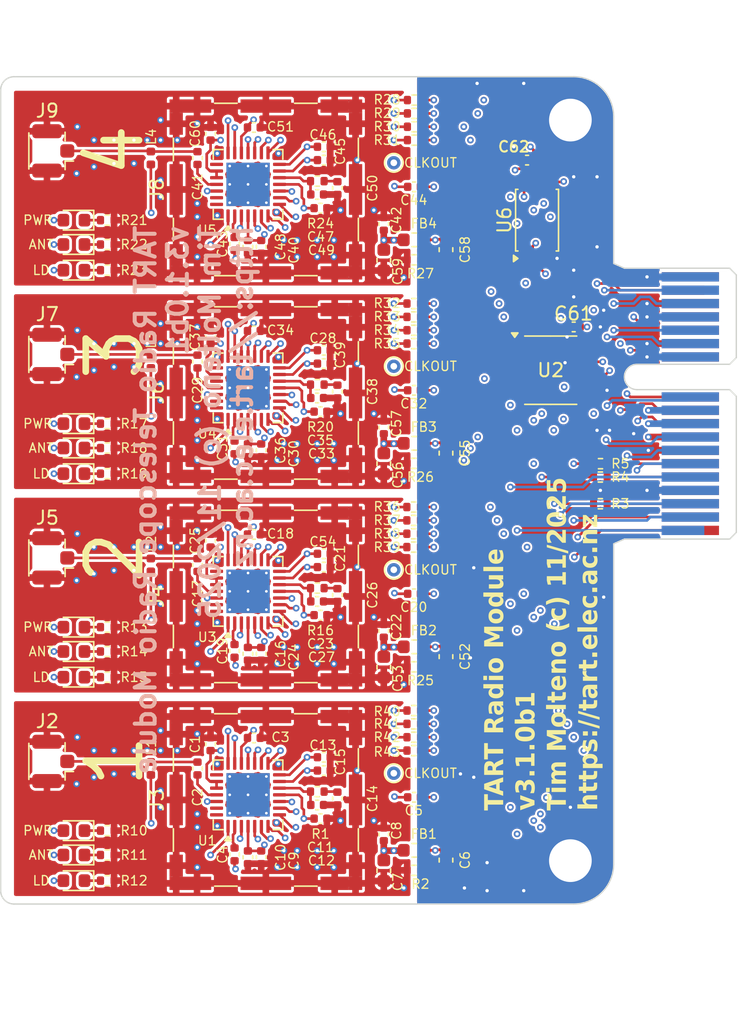
<source format=kicad_pcb>
(kicad_pcb (version 20241229) (generator "pcbnew") (generator_version "9.0")
  (title_block (title "TART Radio Module") (date "2023-05-13") (rev "v3.0.0a1") (company "Tim Molteno") (comment 1 "tim@elec.ac.nz"))
  (layers (0 "F.Cu" signal) (4 "In1.Cu" signal) (6 "In2.Cu" signal) (8 "In3.Cu" signal) (10 "In4.Cu" signal) (2 "B.Cu" signal) (13 "F.Paste" user) (15 "B.Paste" user) (5 "F.SilkS" user "F.Silkscreen") (7 "B.SilkS" user "B.Silkscreen") (1 "F.Mask" user) (3 "B.Mask" user) (25 "Edge.Cuts" user))
  (net 0 "")
  (net 1 "PGM")
  (net 2 "/Radio1/3v3_local")
  (net 3 "Net-(J1-REFCLK+)")
  (net 4 "Net-(J1-REFCLK-)")
  (net 5 "Net-(D1-K)")
  (net 6 "Net-(U1-LNAOUT)")
  (net 7 "Net-(U1-ANTBIAS)")
  (net 8 "CLKIN")
  (net 9 "Net-(U1-MIXIN)")
  (net 10 "Net-(D2-K)")
  (net 11 "Net-(C14-Pad1)")
  (net 12 "/Radio2/3v3_local")
  (net 13 "Net-(U3-LNA2)")
  (net 14 "Net-(U1-CPOUT)")
  (net 15 "Net-(U1-XTAL)")
  (net 16 "Net-(J5-In)")
  (net 17 "Net-(U3-MIXIN)")
  (net 18 "Net-(J1-SDATA)")
  (net 19 "Net-(J1-~{CS})")
  (net 21 "Net-(D3-K)")
  (net 22 "Net-(U1-LNA2)")
  (net 23 "Net-(J1-SCLK)")
  (net 26 "Net-(J2-In)")
  (net 27 "GNDREF")
  (net 28 "VCC")
  (net 29 "/SHDN")
  (net 30 "Net-(U3-LNAOUT)")
  (net 31 "Net-(U3-XTAL)")
  (net 32 "Net-(U3-CPOUT)")
  (net 33 "Net-(C26-Pad1)")
  (net 34 "SDATA")
  (net 35 "CS#")
  (net 36 "SCLK")
  (net 38 "/Radio3/3v3_local")
  (net 39 "Net-(U4-LNA2)")
  (net 40 "Net-(J7-In)")
  (net 42 "Net-(U1-CLKOUT)")
  (net 43 "Net-(U4-MIXIN)")
  (net 44 "Net-(U4-LNAOUT)")
  (net 45 "Net-(U4-XTAL)")
  (net 46 "Net-(U4-CPOUT)")
  (net 47 "Net-(C38-Pad1)")
  (net 48 "/Radio4/3v3_local")
  (net 49 "Net-(U5-LNA2)")
  (net 50 "Net-(J9-In)")
  (net 51 "Net-(U5-MIXIN)")
  (net 52 "Net-(U5-LNAOUT)")
  (net 53 "Net-(U5-XTAL)")
  (net 54 "Net-(U5-CPOUT)")
  (net 55 "Net-(C50-Pad1)")
  (net 56 "Net-(D4-K)")
  (net 57 "Net-(D5-K)")
  (net 58 "Net-(D6-K)")
  (net 59 "Net-(D7-K)")
  (net 60 "Net-(D8-K)")
  (net 61 "Net-(D9-K)")
  (net 62 "Net-(D10-K)")
  (net 63 "Net-(D11-K)")
  (net 64 "Net-(D12-K)")
  (net 65 "R1_I0")
  (net 66 "R1_I1")
  (net 67 "R4_Q0")
  (net 68 "R4_Q1")
  (net 69 "R4_I0")
  (net 70 "R4_I1")
  (net 71 "R2_I0")
  (net 72 "R2_I1")
  (net 73 "R1_Q0")
  (net 74 "R1_Q1")
  (net 75 "R3_I0")
  (net 76 "R3_I1")
  (net 77 "R3_Q0")
  (net 78 "R3_Q1")
  (net 79 "R2_Q0")
  (net 80 "R2_Q1")
  (net 81 "Net-(U3-ANTBIAS)")
  (net 82 "Net-(U4-ANTBIAS)")
  (net 83 "Net-(U5-ANTBIAS)")
  (net 84 "/Radio4/I1")
  (net 85 "/Radio4/I0")
  (net 86 "/Radio4/Q0")
  (net 87 "/Radio4/Q1")
  (net 88 "/Radio3/I1")
  (net 89 "/Radio3/I0")
  (net 90 "/Radio3/Q0")
  (net 91 "/Radio3/Q1")
  (net 92 "/Radio2/I1")
  (net 93 "/Radio2/I0")
  (net 94 "/Radio2/Q0")
  (net 95 "/Radio2/Q1")
  (net 96 "/Radio1/I1")
  (net 97 "/Radio1/I0")
  (net 98 "/Radio1/Q0")
  (net 99 "/Radio1/Q1")
  (net 100 "Net-(U3-CLKOUT)")
  (net 101 "Net-(U4-CLKOUT)")
  (net 102 "Net-(U5-CLKOUT)")
  (net 113 "/Radio1/AGND_local")
  (net 114 "/Radio2/AGND_local")
  (net 115 "/Radio3/AGND_local")
  (net 116 "/Radio4/AGND_local")
  (net 117 "/Radio1/ANTFLAG")
  (net 118 "/Radio1/LD")
  (net 119 "/Radio2/ANTFLAG")
  (net 120 "/Radio2/LD")
  (net 121 "/Radio3/ANTFLAG")
  (net 122 "/Radio3/LD")
  (net 123 "/Radio4/ANTFLAG")
  (net 124 "/Radio4/LD")
  (net 125 "CLKIN_1")
  (net 126 "CLKIN_2")
  (net 127 "CLKIN_3")
  (net 128 "CLKIN_4")
  (footprint "Resistor_SMD:R_0402_1005Metric" (layer "F.Cu") (at 168 132.325)
    (property "Reference" "R11")
    (property "Value" "1k")
  )
  (footprint "Connector_PCBEdge:BUS_PCIexpress_x1" (layer "F.Cu") (at 211.75 108 90)
    (property "Reference" "J1")
    (property "Value" "~" (hide yes))
    (fp_line (start 19.65 -4.95) (end 19.65 2.95) (stroke (width 0.1)) (layer "Edge.Cuts"))
    (fp_line (start -0.65 -4.95) (end -0.65 2.95) (stroke (width 0.1)) (layer "Edge.Cuts"))
    (fp_line (start 12.45 -4) (end 12.45 2.95) (stroke (width 0.1)) (layer "Edge.Cuts"))
    (fp_line (start 10.55 -4) (end 10.55 2.95) (stroke (width 0.1)) (layer "Edge.Cuts"))
    (fp_line (start 19.65 2.95) (end 19.15 3.45) (stroke (width 0.1)) (layer "Edge.Cuts"))
    (fp_line (start 12.45 2.95) (end 12.95 3.45) (stroke (width 0.1)) (layer "Edge.Cuts"))
    (fp_line (start 10.55 2.95) (end 10.05 3.45) (stroke (width 0.1)) (layer "Edge.Cuts"))
    (fp_line (start -0.65 2.95) (end -0.15 3.45) (stroke (width 0.1)) (layer "Edge.Cuts"))
    (fp_line (start 12.95 3.45) (end 19.15 3.45) (stroke (width 0.1)) (layer "Edge.Cuts"))
    (fp_line (start -0.15 3.45) (end 10.05 3.45) (stroke (width 0.1)) (layer "Edge.Cuts"))
    (fp_arc (start 10.55 -4) (mid 11.5 -4.95) (end 12.45 -4) (stroke (width 0.1)) (layer "Edge.Cuts"))
  )
  (footprint "Resistor_SMD:R_0402_1005Metric" (layer "F.Cu") (at 191 122.5)
    (property "Reference" "R41")
    (property "Value" "100")
  )
  (footprint "Capacitor_SMD:C_0402_1005Metric" (layer "F.Cu") (at 177.55 101.78 90)
    (property "Reference" "C31")
    (property "Value" "0.47n")
  )
  (footprint "Capacitor_SMD:C_0603_1608Metric" (layer "F.Cu") (at 193.415823 117.46084 -90)
    (property "Reference" "C52")
    (property "Value" "10uF")
  )
  (footprint "Package_DFN_QFN:TQFN-28-1EP_5x5mm_P0.5mm_EP3.25x3.25mm_ThermalVias" (layer "F.Cu") (at 178.5625 112.5675 90)
    (property "Reference" "U3")
    (property "Value" "MAX2769B")
  )
  (footprint "Capacitor_SMD:C_0603_1608Metric" (layer "F.Cu") (at 188.75 133.5 -90)
    (property "Reference" "C7")
    (property "Value" "10uF")
  )
  (footprint "Resistor_SMD:R_0402_1005Metric" (layer "F.Cu") (at 205 106 180)
    (property "Reference" "R3")
    (property "Value" "100")
  )
  (footprint "Resistor_SMD:R_0402_1005Metric" (layer "F.Cu") (at 168 84.75)
    (property "Reference" "R21")
    (property "Value" "1k")
  )
  (footprint "Capacitor_SMD:C_0402_1005Metric" (layer "F.Cu") (at 179.55 86.75 -90)
    (property "Reference" "C40")
    (property "Value" "100nF")
  )
  (footprint "Capacitor_SMD:C_0402_1005Metric" (layer "F.Cu") (at 191.02 82.25 180)
    (property "Reference" "C44")
    (property "Value" "10nF")
  )
  (footprint "Inductor_SMD:L_0603_1608Metric" (layer "F.Cu") (at 191.0375 116.725 180)
    (property "Reference" "FB2")
    (property "Value" "GZ1608D601TF")
  )
  (footprint "Resistor_SMD:R_0402_1005Metric" (layer "F.Cu") (at 190.99 109.25)
    (property "Reference" "R39")
    (property "Value" "100")
  )
  (footprint "Capacitor_SMD:C_0402_1005Metric" (layer "F.Cu") (at 179.55 132.5 -90)
    (property "Reference" "C9")
    (property "Value" "100nF")
  )
  (footprint "Package_DFN_QFN:TQFN-28-1EP_5x5mm_P0.5mm_EP3.25x3.25mm_ThermalVias" (layer "F.Cu") (at 178.5625 127.8175 90)
    (property "Reference" "U1")
    (property "Value" "MAX2769B")
  )
  (footprint "Resistor_SMD:R_0402_1005Metric" (layer "F.Cu") (at 191.03 77.75)
    (property "Reference" "R30")
    (property "Value" "100")
  )
  (footprint "Capacitor_SMD:C_0402_1005Metric" (layer "F.Cu") (at 184 129.6)
    (property "Reference" "C12")
    (property "Value" "100nF")
  )
  (footprint "Resistor_SMD:R_0402_1005Metric" (layer "F.Cu") (at 168 117.075)
    (property "Reference" "R14")
    (property "Value" "1k")
  )
  (footprint "Diode_SMD:D_0603_1608Metric" (layer "F.Cu") (at 165.5 132.325 180)
    (property "Reference" "D2")
    (property "Value" "ANT")
  )
  (footprint "Capacitor_SMD:C_0402_1005Metric" (layer "F.Cu") (at 178.55 102 -90)
    (property "Reference" "C36")
    (property "Value" "100nF")
  )
  (footprint "Capacitor_SMD:C_0402_1005Metric" (layer "F.Cu") (at 191.02 97.5 180)
    (property "Reference" "C32")
    (property "Value" "10nF")
  )
  (footprint "TestPoint:TestPoint_THTPad_D1.0mm_Drill0.5mm" (layer "F.Cu") (at 189.5 126.2)
    (property "Reference" "TP1")
    (property "Value" "CLKOUT")
  )
  (footprint "Resistor_SMD:R_0402_1005Metric" (layer "F.Cu") (at 191.01 87.725 180)
    (property "Reference" "R27")
    (property "Value" "0")
  )
  (footprint "Resistor_SMD:R_0402_1005Metric" (layer "F.Cu") (at 168 88.5)
    (property "Reference" "R23")
    (property "Value" "1k")
  )
  (footprint "Capacitor_SMD:C_0402_1005Metric" (layer "F.Cu") (at 174.77 110.595 90)
    (property "Reference" "C17")
    (property "Value" "0.47n")
  )
  (footprint "Capacitor_SMD:C_0402_1005Metric" (layer "F.Cu") (at 184 83.85)
    (property "Reference" "C49")
    (property "Value" "100nF")
  )
  (footprint "Capacitor_SMD:C_0402_1005Metric" (layer "F.Cu") (at 177.55 132.28 90)
    (property "Reference" "C4")
    (property "Value" "0.47n")
  )
  (footprint "Resistor_SMD:R_0402_1005Metric" (layer "F.Cu") (at 168 103.75)
    (property "Reference" "R19")
    (property "Value" "1k")
  )
  (footprint "Resistor_SMD:R_0402_1005Metric" (layer "F.Cu") (at 168 134.25)
    (property "Reference" "R12")
    (property "Value" "1k")
  )
  (footprint "Resistor_SMD:R_0402_1005Metric" (layer "F.Cu") (at 190.99 108.25)
    (property "Reference" "R38")
    (property "Value" "100")
  )
  (footprint "Capacitor_SMD:C_0402_1005Metric" (layer "F.Cu") (at 199.5 80.25 180)
    (property "Reference" "C62")
    (property "Value" "100nF")
  )
  (footprint "Package_DFN_QFN:TQFN-28-1EP_5x5mm_P0.5mm_EP3.25x3.25mm_ThermalVias" (layer "F.Cu") (at 178.5625 82.0675 90)
    (property "Reference" "U5")
    (property "Value" "MAX2769B")
  )
  (footprint "RF_Shielding:Laird_Technologies_BMI-S-101_13.66x12.70mm" (layer "F.Cu") (at 179.9 97.7 90)
    (property "Reference" "J6")
    (property "Value" "Shield")
  )
  (footprint "Resistor_SMD:R_0402_1005Metric" (layer "F.Cu") (at 191 91)
    (property "Reference" "R32")
    (property "Value" "100")
  )
  (footprint "Diode_SMD:D_0603_1608Metric" (layer "F.Cu") (at 165.5 88.5 180)
    (property "Reference" "D12")
    (property "Value" "LD")
  )
  (footprint "Inductor_SMD:L_0603_1608Metric" (layer "F.Cu") (at 191.0375 101.475 180)
    (property "Reference" "FB3")
    (property "Value" "GZ1608D601TF")
  )
  (footprint "Capacitor_SMD:C_0402_1005Metric" (layer "F.Cu") (at 185.27 97.595 -90)
    (property "Reference" "C38")
    (property "Value" "0.47n")
  )
  (footprint "Resistor_SMD:R_0402_1005Metric" (layer "F.Cu") (at 190.99 107.25)
    (property "Reference" "R37")
    (property "Value" "100")
  )
  (footprint "Capacitor_SMD:C_0402_1005Metric" (layer "F.Cu") (at 179.55 117.25 -90)
    (property "Reference" "C24")
    (property "Value" "100nF")
  )
  (footprint "Inductor_SMD:L_0603_1608Metric" (layer "F.Cu") (at 191.0375 131.975 180)
    (property "Reference" "FB1")
    (property "Value" "GZ1608D601TF")
  )
  (footprint "Capacitor_SMD:C_0402_1005Metric" (layer "F.Cu") (at 184.25 110.75)
    (property "Reference" "C21")
    (property "Value" "100nF")
  )
  (footprint "Capacitor_SMD:C_0402_1005Metric" (layer "F.Cu") (at 177.55 86.53 90)
    (property "Reference" "C43")
    (property "Value" "0.47n")
  )
  (footprint "Capacitor_SMD:C_0402_1005Metric" (layer "F.Cu") (at 185.27 82.345 -90)
    (property "Reference" "C50")
    (property "Value" "0.47n")
  )
  (footprint "Capacitor_SMD:C_0402_1005Metric" (layer "F.Cu") (at 184.25 126)
    (property "Reference" "C15")
    (property "Value" "100nF")
  )
  (footprint "Capacitor_SMD:C_0402_1005Metric" (layer "F.Cu") (at 191.02 128 180)
    (property "Reference" "C5")
    (property "Value" "10nF")
  )
  (footprint "Resistor_SMD:R_0402_1005Metric" (layer "F.Cu") (at 205 104 180)
    (property "Reference" "R4")
    (property "Value" "100")
  )
  (footprint "Resistor_SMD:R_0402_1005Metric" (layer "F.Cu") (at 191.01 118.225 180)
    (property "Reference" "R25")
    (property "Value" "0")
  )
  (footprint "Capacitor_SMD:C_0402_1005Metric" (layer "F.Cu") (at 184.25 95.5)
    (property "Reference" "C39")
    (property "Value" "100nF")
  )
  (footprint "Capacitor_SMD:C_0603_1608Metric" (layer "F.Cu") (at 193.415823 86.96084 -90)
    (property "Reference" "C58")
    (property "Value" "10uF")
  )
  (footprint "Resistor_SMD:R_0402_1005Metric" (layer "F.Cu") (at 191 92)
    (property "Reference" "R33")
    (property "Value" "100")
  )
  (footprint "Resistor_SMD:R_0402_1005Metric" (layer "F.Cu") (at 183.76 81.825)
    (property "Reference" "R24")
    (property "Value" "20k")
  )
  (footprint "Capacitor_SMD:C_0402_1005Metric" (layer "F.Cu") (at 175.75 108.77 90)
    (property "Reference" "C25")
    (property "Value" "100nF")
  )
  (footprint "Connector_Coaxial:U.FL_Hirose_U.FL-R-SMT-1_Vertical" (layer "F.Cu") (at 163.95 94.811208 180)
    (property "Reference" "J7")
    (property "Value" "U.FL")
  )
  (footprint "Capacitor_SMD:C_0402_1005Metric" (layer "F.Cu") (at 203 92.75 180)
    (property "Reference" "C61")
    (property "Value" "100nF")
  )
  (footprint "Capacitor_SMD:C_0402_1005Metric" (layer "F.Cu") (at 178.55 117.25 -90)
    (property "Reference" "C16")
    (property "Value" "100nF")
  )
  (footprint "Capacitor_SMD:C_0402_1005Metric" (layer "F.Cu") (at 175.75 78.27 90)
    (property "Reference" "C60")
    (property "Value" "10nF")
  )
  (footprint "MountingHole:MountingHole_3.2mm_M3_ISO7380_Pad" (layer "F.Cu") (at 202.75 132.75)
    (property "Reference" "H1")
    (property "Value" "GND")
  )
  (footprint "Capacitor_SMD:C_0402_1005Metric" (layer "F.Cu") (at 184.25 80.25)
    (property "Reference" "C45")
    (property "Value" "100nF")
  )
  (footprint "Resistor_SMD:R_0402_1005Metric" (layer "F.Cu") (at 191 124.5)
    (property "Reference" "R43")
    (property "Value" "100")
  )
  (footprint "Resistor_SMD:R_0402_1005Metric" (layer "F.Cu") (at 191.03 78.75)
    (property "Reference" "R31")
    (property "Value" "100")
  )
  (footprint "Capacitor_SMD:C_0402_1005Metric" (layer "F.Cu") (at 179 77.8)
    (property "Reference" "C51")
    (property "Value" "100nF")
  )
  (footprint "Capacitor_SMD:C_0402_1005Metric" (layer "F.Cu") (at 184.25 79.25)
    (property "Reference" "C46")
    (property "Value" "100pF")
  )
  (footprint "Resistor_SMD:R_0402_1005Metric" (layer "F.Cu") (at 183.76 127.575)
    (property "Reference" "R1")
    (property "Value" "20k")
  )
  (footprint "Diode_SMD:D_0603_1608Metric" (layer "F.Cu") (at 165.5 134.25 180)
    (property "Reference" "D3")
    (property "Value" "LD")
  )
  (footprint "Connector_Coaxial:U.FL_Hirose_U.FL-R-SMT-1_Vertical" (layer "F.Cu") (at 163.95 110.061208 180)
    (property "Reference" "J5")
    (property "Value" "U.FL")
  )
  (footprint "Capacitor_SMD:C_0402_1005Metric" (layer "F.Cu") (at 188.75 130.78 90)
    (property "Reference" "C8")
    (property "Value" "10nF")
  )
  (footprint "Capacitor_SMD:C_0402_1005Metric" (layer "F.Cu") (at 184.25 125)
    (property "Reference" "C13")
    (property "Value" "100nF")
  )
  (footprint "Diode_SMD:D_0603_1608Metric" (layer "F.Cu") (at 165.5 86.575 180)
    (property "Reference" "D11")
    (property "Value" "ANT")
  )
  (footprint "Package_DFN_QFN:TQFN-28-1EP_5x5mm_P0.5mm_EP3.25x3.25mm_ThermalVias" (layer "F.Cu") (at 178.5625 97.3175 90)
    (property "Reference" "U4")
    (property "Value" "MAX2769B")
  )
  (footprint "Resistor_SMD:R_0402_1005Metric" (layer "F.Cu") (at 168 115.25)
    (property "Reference" "R13")
    (property "Value" "1k")
  )
  (footprint "Inductor_SMD:L_0402_1005Metric" (layer "F.Cu") (at 171.27 95.34 90)
    (property "Reference" "L3")
    (property "Value" "LQG15HS33NG02D")
  )
  (footprint "Capacitor_SMD:C_0402_1005Metric" (layer "F.Cu") (at 183.75 98.075 180)
    (property "Reference" "C35")
    (property "Value" "27pF")
  )
  (footprint "RF_Shielding:Laird_Technologies_BMI-S-101_13.66x12.70mm" (layer "F.Cu") (at 179.9 82.45 90)
    (property "Reference" "J8")
    (property "Value" "Shield")
  )
  (footprint "Diode_SMD:D_0603_1608Metric" (layer "F.Cu") (at 165.5 117.075 180)
    (property "Reference" "D5")
    (property "Value" "ANT")
  )
  (footprint "Capacitor_SMD:C_0402_1005Metric" (layer "F.Cu") (at 188.75 85.03 90)
    (property "Reference" "C42")
    (property "Value" "100nF")
  )
  (footprint "Resistor_SMD:R_0402_1005Metric" (layer "F.Cu") (at 168 119)
    (property "Reference" "R15")
    (property "Value" "1k")
  )
  (footprint "Capacitor_SMD:C_0402_1005Metric" (layer "F.Cu") (at 175.75 93.52 90)
    (property "Reference" "C37")
    (property "Value" "100nF")
  )
  (footprint "Capacitor_SMD:C_0603_1608Metric" (layer "F.Cu") (at 188.75 87.75 -90)
    (property "Reference" "C59")
    (property "Value" "10uF")
  )
  (footprint "Resistor_SMD:R_0402_1005Metric" (layer "F.Cu") (at 205.01 103 180)
    (property "Reference" "R5")
    (property "Value" "100")
  )
  (footprint "Capacitor_SMD:C_0402_1005Metric" (layer "F.Cu") (at 184 99.1)
    (property "Reference" "C33")
    (property "Value" "100nF")
  )
  (footprint "Capacitor_SMD:C_0402_1005Metric" (layer "F.Cu") (at 191.02 112.75 180)
    (property "Reference" "C20")
    (property "Value" "10nF")
  )
  (footprint "TestPoint:TestPoint_THTPad_D1.0mm_Drill0.5mm" (layer "F.Cu") (at 189.5 95.7)
    (property "Reference" "TP4")
    (property "Value" "CLKOUT")
  )
  (footprint "Capacitor_SMD:C_0402_1005Metric" (layer "F.Cu") (at 188.75 115.53 90)
    (property "Reference" "C22")
    (property "Value" "100pF")
  )
  (footprint "Diode_SMD:D_0603_1608Metric" (layer "F.Cu") (at 165.5 130.5 180)
    (property "Reference" "D1")
    (property "Value" "PWR")
  )
  (footprint "Package_SO:TSSOP-8_4.4x3mm_P0.65mm" (layer "F.Cu") (at 200.25 84.75 90)
    (property "Reference" "U6")
    (property "Value" "CDCV304PW")
  )
  (footprint "Capacitor_SMD:C_0402_1005Metric" (layer "F.Cu") (at 175.75 124.02 90)
    (property "Reference" "C1")
    (property "Value" "100nF")
  )
  (footprint "Diode_SMD:D_0603_1608Metric" (layer "F.Cu") (at 165.5 115.25 180)
    (property "Reference" "D4")
    (property "Value" "PWR")
  )
  (footprint "Resistor_SMD:R_0402_1005Metric" (layer "F.Cu") (at 168 130.5)
    (property "Reference" "R10")
    (property "Value" "1k")
  )
  (footprint "Capacitor_SMD:C_0402_1005Metric" (layer "F.Cu") (at 185.27 128.095 -90)
    (property "Reference" "C14")
    (property "Value" "0.47n")
  )
  (footprint "TestPoint:TestPoint_THTPad_D1.0mm_Drill0.5mm" (layer "F.Cu") (at 189.5 80.45)
    (property "Reference" "TP5")
    (property "Value" "CLKOUT")
  )
  (footprint "Resistor_SMD:R_0402_1005Metric" (layer "F.Cu") (at 168 86.575)
    (property "Reference" "R22")
    (property "Value" "1k")
  )
  (footprint "Resistor_SMD:R_0402_1005Metric" (layer "F.Cu") (at 191 123.5)
    (property "Reference" "R42")
    (property "Value" "100")
  )
  (footprint "Diode_SMD:D_0603_1608Metric" (layer "F.Cu") (at 165.5 100 180)
    (property "Reference" "D7")
    (property "Value" "PWR")
  )
  (footprint "Diode_SMD:D_0603_1608Metric" (layer "F.Cu") (at 165.5 119 180)
    (property "Reference" "D6")
    (property "Value" "LD")
  )
  (footprint "Resistor_SMD:R_0402_1005Metric" (layer "F.Cu") (at 191.01 102.975 180)
    (property "Reference" "R26")
    (property "Value" "0")
  )
  (footprint "Capacitor_SMD:C_0603_1608Metric" (layer "F.Cu") (at 193.415823 102.21084 -90)
    (property "Reference" "C55")
    (property "Value" "10uF")
  )
  (footprint "RF_Shielding:Laird_Technologies_BMI-S-101_13.66x12.70mm" (layer "F.Cu") (at 179.9 112.95 90)
    (property "Reference" "J4")
    (property "Value" "Shield")
  )
  (footprint "Capacitor_SMD:C_0402_1005Metric" (layer "F.Cu") (at 177.55 117.03 90)
    (property "Reference" "C19")
    (property "Value" "0.47n")
  )
  (footprint "Resistor_SMD:R_0402_1005Metric" (layer "F.Cu") (at 168 100)
    (property "Reference" "R17")
    (property "Value" "1k")
  )
  (footprint "Capacitor_SMD:C_0402_1005Metric" (layer "F.Cu") (at 188.75 100.28 90)
    (property "Reference" "C57")
    (property "Value" "10nF")
  )
  (footprint "Capacitor_SMD:C_0402_1005Metric" (layer "F.Cu") (at 179 93.05)
    (property "Reference" "C34")
    (property "Value" "100pF")
  )
  (footprint "Capacitor_SMD:C_0402_1005Metric" (layer "F.Cu") (at 179.55 102 -90)
    (property "Reference" "C30")
    (property "Value" "100nF")
  )
  (footprint "Capacitor_SMD:C_0402_1005Metric" (layer "F.Cu") (at 178.55 132.5 -90)
    (property "Reference" "C10")
    (property "Value" "100pF")
  )
  (footprint "Capacitor_SMD:C_0402_1005Metric" (layer "F.Cu") (at 183.75 82.825 180)
    (property "Reference" "C47")
    (property "Value" "27pF")
  )
  (footprint "Capacitor_SMD:C_0402_1005Metric" (layer "F.Cu") (at 184.25 94.5)
    (property "Reference" "C28")
    (property "Value" "100nF")
  )
  (footprint "Capacitor_SMD:C_0603_1608Metric" (layer "F.Cu") (at 188.75 103 -90)
    (property "Reference" "C56")
    (property "Value" "10uF")
  )
  (footprint "Resistor_SMD:R_0402_1005Metric" (layer "F.Cu") (at 183.76 112.325)
    (property "Reference" "R16")
    (property "Value" "20k")
  )
  (footprint "Inductor_SMD:L_0402_1005Metric" (layer "F.Cu") (at 171.27 110.59 90)
    (property "Reference" "L2")
    (property "Value" "LQG15HS33NG02D")
  )
  (footprint "MountingHole:MountingHole_3.2mm_M3_ISO7380_Pad" (layer "F.Cu") (at 202.75 77.25)
    (property "Reference" "H2")
    (property "Value" "GND")
  )
  (footprint "Capacitor_SMD:C_0402_1005Metric" (layer "F.Cu") (at 174.77 80.095 90)
    (property "Reference" "C41")
    (property "Value" "0.47n")
  )
  (footprint "Capacitor_SMD:C_0402_1005Metric" (layer "F.Cu") (at 174.77 125.845 90)
    (property "Reference" "C2")
    (property "Value" "0.47n")
  )
  (footprint "Capacitor_SMD:C_0402_1005Metric" (layer "F.Cu") (at 179 123.55)
    (property "Reference" "C3")
    (property "Value" "100nF")
  )
  (footprint "Capacitor_SMD:C_0402_1005Metric" (layer "F.Cu") (at 179 108.3)
    (property "Reference" "C18")
    (property "Value" "100nF")
  )
  (footprint "Capacitor_SMD:C_0402_1005Metric" (layer "F.Cu") (at 183.75 128.575 180)
    (property "Reference" "C11")
    (property "Value" "27pF")
  )
  (footprint "Inductor_SMD:L_0603_1608Metric" (layer "F.Cu") (at 191.0375 86.225 180)
    (property "Reference" "FB4")
    (property "Value" "GZ1608D601TF")
  )
  (footprint "Resistor_SMD:R_0402_1005Metric" (layer "F.Cu") (at 191.03 75.75)
    (property "Reference" "R28")
    (property "Value" "100")
  )
  (footprint "Inductor_SMD:L_0402_1005Metric" (layer "F.Cu") (at 171.27 125.84 90)
    (property "Reference" "L1")
    (property "Value" "LQG15HS33NG02D")
  )
  (footprint "Resistor_SMD:R_0402_1005Metric" (layer "F.Cu") (at 191 93)
    (property "Reference" "R34")
    (property "Value" "100")
  )
  (footprint "Capacitor_SMD:C_0402_1005Metric" (layer "F.Cu") (at 184.25 109.75)
    (property "Reference" "C54")
    (property "Value" "10nF")
  )
  (footprint "RF_Shielding:Laird_Technologies_BMI-S-101_13.66x12.70mm" (layer "F.Cu") (at 179.9 128.2 90)
    (property "Reference" "J3")
    (property "Value" "Shield")
  )
  (footprint "Capacitor_SMD:C_0402_1005Metric" (layer "F.Cu") (at 183.75 113.325 180)
    (property "Reference" "C23")
    (property "Value" "27pF")
  )
  (footprint "Diode_SMD:D_0603_1608Metric" (layer "F.Cu") (at 165.5 84.75 180)
    (property "Reference" "D10")
    (property "Value" "PWR")
  )
  (footprint "Resistor_SMD:R_0402_1005Metric" (layer "F.Cu") (at 191.03 76.75)
    (property "Reference" "R29")
    (property "Value" "100")
  )
  (footprint "Resistor_SMD:R_0402_1005Metric" (layer "F.Cu") (at 168 101.825)
    (property "Reference" "R18")
    (property "Value" "1k")
  )
  (footprint "Resistor_SMD:R_0402_1005Metric" (layer "F.Cu") (at 183.76 97.075)
    (property "Reference" "R20")
    (property "Value" "20k")
  )
  (footprint "Connector_Coaxial:U.FL_Hirose_U.FL-R-SMT-1_Vertical" (layer "F.Cu") (at 163.95 79.561208 180)
    (property "Reference" "J9")
    (property "Value" "U.FL")
  )
  (footprint "Resistor_SMD:R_0402_1005Metric" (layer "F.Cu") (at 191 121.5)
    (property "Reference" "R40")
    (property "Value" "100")
  )
  (footprint "Capacitor_SMD:C_0603_1608Metric" (layer "F.Cu") (at 193.415823 132.71084 -90)
    (property "Reference" "C6")
    (property "Value" "10uF")
  )
  (footprint "Resistor_SMD:R_0402_1005Metric" (layer "F.Cu") (at 191.01 133.475 180)
    (property "Reference" "R2")
    (property "Value" "0")
  )
  (footprint "Package_SO:SOIC-8_3.9x4.9mm_P1.27mm" (layer "F.Cu") (at 201.275 95.995)
    (property "Reference" "U2")
    (property "Value" "CS48520AS")
  )
  (footprint "Inductor_SMD:L_0402_1005Metric" (layer "F.Cu") (at 171.27 80.09 90)
    (property "Reference" "L4")
    (property "Value" "LQG15HS33NG02D")
  )
  (footprint "Capacitor_SMD:C_0402_1005Metric" (layer "F.Cu") (at 184 114.35)
    (property "Reference" "C27")
    (property "Value" "100nF")
  )
  (footprint "Capacitor_SMD:C_0402_1005Metric" (layer "F.Cu") (at 185.27 112.845 -90)
    (property "Reference" "C26")
    (property "Value" "0.47n")
  )
  (footprint "Capacitor_SMD:C_0402_1005Metric" (layer "F.Cu") (at 174.77 95.345 90)
    (property "Reference" "C29")
    (property "Value" "0.47n")
  )
  (footprint "Diode_SMD:D_0603_1608Metric" (layer "F.Cu") (at 165.5 101.825 180)
    (property "Reference" "D8")
    (property "Value" "ANT")
  )
  (footprint "TestPoint:TestPoint_THTPad_D1.0mm_Drill0.5mm" (layer "F.Cu") (at 189.5 110.95)
    (property "Reference" "TP3")
    (property "Value" "CLKOUT")
  )
  (footprint "Capacitor_SMD:C_0603_1608Metric" (layer "F.Cu") (at 188.75 118.25 -90)
    (property "Reference" "C53")
    (property "Value" "10uF")
  )
  (footprint "Resistor_SMD:R_0402_1005Metric" (layer "F.Cu") (at 190.99 106.25)
    (property "Reference" "R36")
    (property "Value" "100")
  )
  (footprint "Connector_Coaxial:U.FL_Hirose_U.FL-R-SMT-1_Vertical" (layer "F.Cu") (at 163.95 125.311208 180)
    (property "Reference" "J2")
    (property "Value" "U.FL")
  )
  (footprint "Diode_SMD:D_0603_1608Metric" (layer "F.Cu") (at 165.5 103.75 180)
    (property "Reference" "D9")
    (property "Value" "LD")
  )
  (footprint "Resistor_SMD:R_0402_1005Metric" (layer "F.Cu") (at 191 94)
    (property "Reference" "R35")
    (property "Value" "100")
  )
  (footprint "Capacitor_SMD:C_0402_1005Metric" (layer "F.Cu") (at 178.55 86.75 -90)
    (property "Reference" "C48")
    (property "Value" "100nF")
  )
  (gr_line (start 160 75) (end 160 135) (stroke (width 0.1)) (layer "Edge.Cuts"))
  (gr_line (start 206 109) (end 206.8 108.65) (stroke (width 0.1)) (layer "Edge.Cuts"))
  (gr_line (start 206 133) (end 206 109) (stroke (width 0.1)) (layer "Edge.Cuts"))
  (gr_arc (start 160 75) (mid 160.292893 74.292893) (end 161 74) (stroke (width 0.1)) (layer "Edge.Cuts"))
  (gr_arc (start 203 74) (mid 205.12132 74.87868) (end 206 77) (stroke (width 0.1)) (layer "Edge.Cuts"))
  (gr_arc (start 161 136) (mid 160.292893 135.707107) (end 160 135) (stroke (width 0.1)) (layer "Edge.Cuts"))
  (gr_arc (start 206 133) (mid 205.12132 135.12132) (end 203 136) (stroke (width 0.1)) (layer "Edge.Cuts"))
  (gr_line (start 206.8 88.35) (end 206 88) (stroke (width 0.1)) (layer "Edge.Cuts"))
  (gr_line (start 161 136) (end 203 136) (stroke (width 0.1)) (layer "Edge.Cuts"))
  (gr_line (start 203 74) (end 161 74) (stroke (width 0.1)) (layer "Edge.Cuts"))
  (gr_line (start 206 88) (end 206 77) (stroke (width 0.1)) (layer "Edge.Cuts"))
  (gr_text "TART Radio Module\nv3.1.0b1\nTim Molteno (c) 11/2025\nhttps://tart.elec.ac.nz" (at 205 129 90) (layer "F.SilkS") (effects (font (size 1.4 1.3) (thickness 0.26) (bold yes)) (justify left bottom)))
  (gr_text "3" (at 170.9 97 90) (layer "F.SilkS") (effects (font (size 4 4) (thickness 0.5)) (justify left bottom)))
  (gr_text "1" (at 170.9 127.5 90) (layer "F.SilkS") (effects (font (size 4 4) (thickness 0.5)) (justify left bottom)))
  (gr_text "4" (at 170.9 81.75 90) (layer "F.SilkS") (effects (font (size 4 4) (thickness 0.5)) (justify left bottom)))
  (gr_text "2" (at 170.9 112.25 90) (layer "F.SilkS") (effects (font (size 4 4) (thickness 0.5)) (justify left bottom)))
  (gr_text "TART Radio Telescope Radio Module\nv3.1.0b1\nTim Molteno (c) 11/2025\nhttps://tart.elec.ac.nz" (at 179 85 90) (layer "B.SilkS") (effects (font (size 1.5 1.5) (thickness 0.3) (bold yes)) (justify left bottom mirror)))
  (segment (start 175.501 128.3175) (end 175.5 128.3185) (width 0.2) (layer "F.Cu") (net 1))
  (segment (start 176.2 82.5675) (end 175.501 82.5675) (width 0.2) (layer "F.Cu") (net 1))
  (segment (start 175.501 82.5675) (end 175.5 82.5685) (width 0.2) (layer "F.Cu") (net 1))
  (segment (start 176.2 97.8175) (end 175.501 97.8175) (width 0.2) (layer "F.Cu") (net 1))
  (segment (start 175.501 113.0675) (end 175.5 113.0685) (width 0.2) (layer "F.Cu") (net 1))
  (segment (start 176.2 113.0675) (end 175.501 113.0675) (width 0.2) (layer "F.Cu") (net 1))
  (segment (start 175.501 97.8175) (end 175.5 97.8185) (width 0.2) (layer "F.Cu") (net 1))
  (segment (start 176.2 128.3175) (end 175.501 128.3175) (width 0.2) (layer "F.Cu") (net 1))
  (via (at 175.5 82.5685) (size 0.5) (drill 0.25) (layers "F.Cu" "B.Cu") (net 1))
  (via (at 198.25 128.75) (size 0.5) (drill 0.25) (layers "F.Cu" "B.Cu") (net 1))
  (via (at 198.25 104.75) (size 0.5) (drill 0.25) (layers "F.Cu" "B.Cu") (net 1))
  (via (at 175.5 97.8185) (size 0.5) (drill 0.25) (layers "F.Cu" "B.Cu") (net 1))
  (via (at 198.25 113.5) (size 0.5) (drill 0.25) (layers "F.Cu" "B.Cu") (net 1))
  (via (at 198.25 83) (size 0.5) (drill 0.25) (layers "F.Cu" "B.Cu") (net 1))
  (via (at 175.5 113.0685) (size 0.5) (drill 0.25) (layers "F.Cu" "B.Cu") (net 1))
  (via (at 175.5 128.3185) (size 0.5) (drill 0.25) (layers "F.Cu" "B.Cu") (net 1))
  (via (at 198.25 98.605) (size 0.5) (drill 0.25) (layers "F.Cu" "B.Cu") (net 1))
  (segment (start 203.698529 104.75) (end 198.25 104.75) (width 0.2) (layer "B.Cu") (net 1))
  (segment (start 211.75 104) (end 204.448529 104) (width 0.2) (layer "B.Cu") (net 1))
  (segment (start 204.448529 104) (end 203.698529 104.75) (width 0.2) (layer "B.Cu") (net 1))
  (segment (start 178.0625 125.455) (end 178.0625 124.2275) (width 0.2) (layer "F.Cu") (net 2))
  (segment (start 178.52 123.77) (end 178.52 123.55) (width 0.2) (layer "F.Cu") (net 2))
  (segment (start 178.5625 132.0075) (end 178.5625 130.18) (width 0.2) (layer "F.Cu") (net 2))
  (segment (start 178.0625 124.2275) (end 178.52 123.77) (width 0.2) (layer "F.Cu") (net 2))
  (segment (start 182.75 129.6) (end 183.52 129.6) (width 0.2) (layer "F.Cu") (net 2))
  (segment (start 182.6 128.8) (end 182.75 128.95) (width 0.2) (layer "F.Cu") (net 2))
  (segment (start 178.52 123.434347) (end 178.980357 122.97399) (width 0.2) (layer "F.Cu") (net 2))
  (segment (start 175.712501 126.8175) (end 175.4615 126.566499) (width 0.2) (layer "F.Cu") (net 2))
  (segment (start 190.3 132) (end 188.75 132) (width 0.5) (layer "F.Cu") (net 2))
  (segment (start 175.75 125.25) (end 175.75 124.5) (width 0.2) (layer "F.Cu") (net 2))
  (segment (start 182.992498 125) (end 183.77 125) (width 0.2) (layer "F.Cu") (net 2))
  (segment (start 179.55 131.943797) (end 179.55 132.02) (width 0.2) (layer "F.Cu") (net 2))
  (segment (start 178.55 132.02) (end 178.5625 132.0075) (width 0.2) (layer "F.Cu") (net 2))
  (segment (start 182.6 128.05) (end 182.6 128.8) (width 0.2) (layer "F.Cu") (net 2))
  (segment (start 179.790588 131.703209) (end 179.55 131.943797) (width 0.2) (layer "F.Cu") (net 2))
  (segment (start 176.2 126.8175) (end 175.712501 126.8175) (width 0.2) (layer "F.Cu") (net 2))
  (segment (start 175.75 124.5) (end 176.5 124.5) (width 0.2) (layer "F.Cu") (net 2))
  (segment (start 183 126) (end 183.77 126) (width 0.2) (layer "F.Cu") (net 2))
  (segment (start 188.75 132) (end 188.75 132.7) (width 0.5) (layer "F.Cu") (net 2))
  (segment (start 164.7125 130.5) (end 164 130.5) (width 0.2) (layer "F.Cu") (net 2))
  (segment (start 188.75 131.25) (end 188.75 132) (width 0.5) (layer "F.Cu") (net 2))
  (segment (start 179.790588 131.562945) (end 179.790588 131.703209) (width 0.2) (layer "F.Cu") (net 2))
  (segment (start 182.75 128.95) (end 182.75 129.6) (width 0.2) (layer "F.Cu") (net 2))
  (segment (start 180.925 126.8175) (end 181.9325 126.8175) (width 0.2) (layer "F.Cu") (net 2))
  (segment (start 180.925 127.8175) (end 182.3675 127.8175) (width 0.2) (layer "F.Cu") (net 2))
  (segment (start 182.75 126) (end 183.77 126) (width 0.2) (layer "F.Cu") (net 2))
  (segment (start 181.9325 126.8175) (end 182.75 126) (width 0.2) (layer "F.Cu") (net 2))
  (segment (start 178.55 132.02) (end 179.55 132.02) (width 0.2) (layer "F.Cu") (net 2))
  (segment (start 181.675 126.3175) (end 182.992498 125) (width 0.2) (layer "F.Cu") (net 2))
  (segment (start 178.52 123.55) (end 178.52 123.434347) (width 0.2) (layer "F.Cu") (net 2))
  (segment (start 175.4615 125.5385) (end 175.75 125.25) (width 0.2) (layer "F.Cu") (net 2))
  (segment (start 176.2 127.3175) (end 176.2 126.8175) (width 0.2) (layer "F.Cu") (net 2))
  (segment (start 182.3675 127.8175) (end 182.6 128.05) (width 0.2) (layer "F.Cu") (net 2))
  (segment (start 180.925 126.3175) (end 181.675 126.3175) (width 0.2) (layer "F.Cu") (net 2))
  (segment (start 175.4615 126.566499) (end 175.4615 125.5385) (width 0.2) (layer "F.Cu") (net 2))
  (via (at 164 130.5) (size 0.5) (drill 0.25) (layers "F.Cu" "B.Cu") (net 2))
  (via (at 176.5 124.5) (size 0.5) (drill 0.25) (layers "F.Cu" "B.Cu") (net 2))
  (via (at 179.790588 131.562945) (size 0.5) (drill 0.25) (layers "F.Cu" "B.Cu") (net 2))
  (via (at 178.980357 122.97399) (size 0.5) (drill 0.25) (layers "F.Cu" "B.Cu") (net 2))
  (via (at 182.75 129.6) (size 0.5) (drill 0.25) (layers "F.Cu" "B.Cu") (net 2))
  (via (at 183 126) (size 0.5) (drill 0.25) (layers "F.Cu" "B.Cu") (net 2))
  (via (at 188.75 132) (size 0.5) (drill 0.25) (layers "F.Cu" "B.Cu") (net 2))
  (via (at 182.992498 125) (size 0.5) (drill 0.25) (layers "F.Cu" "B.Cu") (net 2))
  (via (at 189.5 132) (size 0.5) (drill 0.25) (layers "F.Cu" "B.Cu") (net 2))
  (segment (start 203.725 95.365) (end 205.179499 95.365001) (width 0.2) (layer "F.Cu") (net 3))
  (via (at 205.5 93.5) (size 0.5) (drill 0.25) (layers "F.Cu" "B.Cu") (net 3))
  (via (at 205.179499 95.365001) (size 0.5) (drill 0.25) (layers "F.Cu" "B.Cu") (net 3))
  (segment (start 211.75 94) (end 209.4 94) (width 0.2) (layer "B.Cu") (net 3))
  (segment (start 208.9 93.5) (end 205.5 93.5) (width 0.2) (layer "B.Cu") (net 3))
  (segment (start 209.4 94) (end 208.9 93.5) (width 0.2) (layer "B.Cu") (net 3))
  (segment (start 203.725 96.635) (end 205.082028 96.635) (width 0.2) (layer "F.Cu") (net 4))
  (segment (start 205.082028 96.635) (end 205.694994 96.022034) (width 0.2) (layer "F.Cu") (net 4))
  (via (at 205.694994 96.022034) (size 0.5) (drill 0.25) (layers "F.Cu" "B.Cu") (net 4))
  (via (at 206 93) (size 0.5) (drill 0.25) (layers "F.Cu" "B.Cu") (net 4))
  (segment (start 206 93) (end 211.75 93) (width 0.2) (layer "B.Cu") (net 4))
  (segment (start 166.2875 130.5) (end 167.49 130.5) (width 0.2) (layer "F.Cu") (net 5))
  (segment (start 177.55 131.8) (end 177.55 131.520001) (width 0.2) (layer "F.Cu") (net 6))
  (segment (start 177.437501 130.812499) (end 177.5625 130.6875) (width 0.2) (layer "F.Cu") (net 6))
  (segment (start 177.5625 130.6875) (end 177.5625 130.18) (width 0.2) (layer "F.Cu") (net 6))
  (segment (start 177.55 131.520001) (end 177.437501 131.407502) (width 0.2) (layer "F.Cu") (net 6))
  (segment (start 177.437501 131.407502) (end 177.437501 130.812499) (width 0.2) (layer "F.Cu") (net 6))
  (segment (start 178.0625 130.999743) (end 177.9625 131.099743) (width 0.2) (layer "F.Cu") (net 7))
  (segment (start 171.27 126.325) (end 171.27 129.92) (width 0.2) (layer "F.Cu") (net 7))
  (segment (start 178.0625 130.18) (end 178.0625 130.999743) (width 0.2) (layer "F.Cu") (net 7))
  (segment (start 171.27 129.92) (end 171.3 129.95) (width 0.2) (layer "F.Cu") (net 7))
  (via (at 177.9625 131.099743) (size 0.5) (drill 0.25) (layers "F.Cu" "B.Cu") (net 7))
  (via (at 171.3 129.95) (size 0.5) (drill 0.25) (layers "F.Cu" "B.Cu") (net 7))
  (segment (start 198.775 94.095) (end 198.775 93.795001) (width 0.2) (layer "F.Cu") (net 8))
  (segment (start 198.794078 93.775923) (end 198.794078 88.093422) (width 0.2) (layer "F.Cu") (net 8))
  (segment (start 198.794078 88.093422) (end 199.275 87.6125) (width 0.2) (layer "F.Cu") (net 8))
  (segment (start 198.775 93.795001) (end 198.794078 93.775923) (width 0.2) (layer "F.Cu") (net 8))
  (segment (start 179.0625 130.892644) (end 179.302983 131.133127) (width 0.2) (layer "F.Cu") (net 9))
  (segment (start 177.55 133.3) (end 177.625 133.375) (width 0.2) (layer "F.Cu") (net 9))
  (segment (start 177.55 132.76) (end 177.55 133.3) (width 0.2) (layer "F.Cu") (net 9))
  (segment (start 179.0625 130.18) (end 179.0625 130.892644) (width 0.2) (layer "F.Cu") (net 9))
  (via (at 177.625 133.375) (size 0.5) (drill 0.25) (layers "F.Cu" "B.Cu") (net 9))
  (via (at 179.302983 131.133127) (size 0.5) (drill 0.25) (layers "F.Cu" "B.Cu") (net 9))
  (segment (start 166.2875 132.325) (end 167.49 132.325) (width 0.2) (layer "F.Cu") (net 10))
  (segment (start 184.27 127.575) (end 185.23 127.575) (width 0.2) (layer "F.Cu") (net 11))
  (segment (start 185.23 127.575) (end 185.27 127.615) (width 0.2) (layer "F.Cu") (net 11))
  (segment (start 179.790588 116.453209) (end 179.55 116.693797) (width 0.2) (layer "F.Cu") (net 12))
  (segment (start 176.2 111.5675) (end 175.712501 111.5675) (width 0.2) (layer "F.Cu") (net 12))
  (segment (start 176.2 112.0675) (end 176.2 111.5675) (width 0.2) (layer "F.Cu") (net 12))
  (segment (start 180.925 112.5675) (end 182.3675 112.5675) (width 0.2) (layer "F.Cu") (net 12))
  (segment (start 182.75 113.7) (end 182.75 114.35) (width 0.2) (layer "F.Cu") (net 12))
  (segment (start 180.925 111.5675) (end 181.9325 111.5675) (width 0.2) (layer "F.Cu") (net 12))
  (segment (start 182.75 110.75) (end 183.77 110.75) (width 0.2) (layer "F.Cu") (net 12))
  (segment (start 188.75 116.75) (end 188.75 117.45) (width 0.5) (layer "F.Cu") (net 12))
  (segment (start 179.55 116.693797) (end 179.55 116.77) (width 0.2) (layer "F.Cu") (net 12))
  (segment (start 178.52 108.3) (end 178.52 108.184347) (width 0.2) (layer "F.Cu") (net 12))
  (segment (start 178.52 108.184347) (end 178.980357 107.72399) (width 0.2) (layer "F.Cu") (net 12))
  (segment (start 178.52 108.52) (end 178.52 108.3) (width 0.2) (layer "F.Cu") (net 12))
  (segment (start 175.75 110) (end 175.75 109.25) (width 0.2) (layer "F.Cu") (net 12))
  (segment (start 182.992498 109.75) (end 183.77 109.75) (width 0.2) (layer "F.Cu") (net 12))
  (segment (start 190.3 116.75) (end 188.75 116.75) (width 0.5) (layer "F.Cu") (net 12))
  (segment (start 182.3675 112.5675) (end 182.6 112.8) (width 0.2) (layer "F.Cu") (net 12))
  (segment (start 178.55 116.77) (end 178.5625 116.7575) (width 0.2) (layer "F.Cu") (net 12))
  (segment (start 182.75 114.35) (end 183.52 114.35) (width 0.2) (layer "F.Cu") (net 12))
  (segment (start 175.712501 111.5675) (end 175.4615 111.316499) (width 0.2) (layer "F.Cu") (net 12))
  (segment (start 179.790588 116.312945) (end 179.790588 116.453209) (width 0.2) (layer "F.Cu") (net 12))
  (segment (start 178.55 116.77) (end 179.55 116.77) (width 0.2) (layer "F.Cu") (net 12))
  (segment (start 164.7125 115.25) (end 164 115.25) (width 0.2) (layer "F.Cu") (net 12))
  (segment (start 183 110.75) (end 183.77 110.75) (width 0.2) (layer "F.Cu") (net 12))
  (segment (start 178.0625 110.205) (end 178.0625 108.9775) (width 0.2) (layer "F.Cu") (net 12))
  (segment (start 188.75 116) (end 188.75 116.75) (width 0.5) (layer "F.Cu") (net 12))
  (segment (start 178.5625 116.7575) (end 178.5625 114.93) (width 0.2) (layer "F.Cu") (net 12))
  (segment (start 182.6 112.8) (end 182.6 113.55) (width 0.2) (layer "F.Cu") (net 12))
  (segment (start 175.4615 110.2885) (end 175.75 110) (width 0.2) (layer "F.Cu") (net 12))
  (segment (start 181.675 111.0675) (end 182.992498 109.75) (width 0.2) (layer "F.Cu") (net 12))
  (segment (start 180.925 111.0675) (end 181.675 111.0675) (width 0.2) (layer "F.Cu") (net 12))
  (segment (start 181.9325 111.5675) (end 182.75 110.75) (width 0.2) (layer "F.Cu") (net 12))
  (segment (start 175.4615 111.316499) (end 175.4615 110.2885) (width 0.2) (layer "F.Cu") (net 12))
  (segment (start 178.0625 108.9775) (end 178.52 108.52) (width 0.2) (layer "F.Cu") (net 12))
  (segment (start 175.75 109.25) (end 176.5 109.25) (width 0.2) (layer "F.Cu") (net 12))
  (segment (start 182.6 113.55) (end 182.75 113.7) (width 0.2) (layer "F.Cu") (net 12))
  (via (at 189.5 116.75) (size 0.5) (drill 0.25) (layers "F.Cu" "B.Cu") (net 12))
  (via (at 164 115.25) (size 0.5) (drill 0.25) (layers "F.Cu" "B.Cu") (net 12))
  (via (at 182.75 114.35) (size 0.5) (drill 0.25) (layers "F.Cu" "B.Cu") (net 12))
  (via (at 188.75 116.75) (size 0.5) (drill 0.25) (layers "F.Cu" "B.Cu") (net 12))
  (via (at 182.992498 109.75) (size 0.5) (drill 0.25) (layers "F.Cu" "B.Cu") (net 12))
  (via (at 183 110.75) (size 0.5) (drill 0.25) (layers "F.Cu" "B.Cu") (net 12))
  (via (at 178.980357 107.72399) (size 0.5) (drill 0.25) (layers "F.Cu" "B.Cu") (net 12))
  (via (at 176.5 109.25) (size 0.5) (drill 0.25) (layers "F.Cu" "B.Cu") (net 12))
  (via (at 179.790588 116.312945) (size 0.5) (drill 0.25) (layers "F.Cu" "B.Cu") (net 12))
  (segment (start 175.5675 112.5675) (end 174.77 111.77) (width 0.2) (layer "F.Cu") (net 13))
  (segment (start 174.77 111.77) (end 174.77 111.075) (width 0.2) (layer "F.Cu") (net 13))
  (segment (start 176.2 112.5675) (end 175.5675 112.5675) (width 0.2) (layer "F.Cu") (net 13))
  (segment (start 182.4675 127.3175) (end 182.725 127.575) (width 0.2) (layer "F.Cu") (net 14))
  (segment (start 183.25 128.555) (end 183.27 128.575) (width 0.2) (layer "F.Cu") (net 14))
  (segment (start 180.925 127.3175) (end 182.4675 127.3175) (width 0.2) (layer "F.Cu") (net 14))
  (segment (start 183.25 127.575) (end 183.25 128.555) (width 0.2) (layer "F.Cu") (net 14))
  (segment (start 182.725 127.575) (end 183.25 127.575) (width 0.2) (layer "F.Cu") (net 14))
  (segment (start 190.54 128) (end 189.6 128) (width 0.2) (layer "F.Cu") (net 15))
  (segment (start 181 124.5175) (end 181 124.5) (width 0.2) (layer "F.Cu") (net 15))
  (segment (start 180.0625 125.455) (end 181 124.5175) (width 0.2) (layer "F.Cu") (net 15))
  (segment (start 189.6 128) (end 189.55 127.95) (width 0.2) (layer "F.Cu") (net 15))
  (via (at 181 124.5) (size 0.5) (drill 0.25) (layers "F.Cu" "B.Cu") (net 15))
  (via (at 189.55 127.95) (size 0.5) (drill 0.25) (layers "F.Cu" "B.Cu") (net 15))
  (segment (start 171.27 110.105) (end 174.76 110.105) (width 0.2) (layer "F.Cu") (net 16))
  (segment (start 171.226208 110.061208) (end 171.27 110.105) (width 0.2) (layer "F.Cu") (net 16))
  (segment (start 174.76 110.105) (end 174.77 110.115) (width 0.2) (layer "F.Cu") (net 16))
  (segment (start 165 110.061208) (end 171.226208 110.061208) (width 0.2) (layer "F.Cu") (net 16))
  (segment (start 179.0625 115.642644) (end 179.302983 115.883127) (width 0.2) (layer "F.Cu") (net 17))
  (segment (start 177.55 117.51) (end 177.55 118.05) (width 0.2) (layer "F.Cu") (net 17))
  (segment (start 177.55 118.05) (end 177.625 118.125) (width 0.2) (layer "F.Cu") (net 17))
  (segment (start 179.0625 114.93) (end 179.0625 115.642644) (width 0.2) (layer "F.Cu") (net 17))
  (via (at 177.625 118.125) (size 0.5) (drill 0.25) (layers "F.Cu" "B.Cu") (net 17))
  (via (at 179.302983 115.883127) (size 0.5) (drill 0.25) (layers "F.Cu" "B.Cu") (net 17))
  (segment (start 205.5 106) (end 211.75 106) (width 0.2) (layer "F.Cu") (net 18))
  (segment (start 211.75 104) (end 205.5 104) (width 0.2) (layer "F.Cu") (net 19))
  (segment (start 167.49 134.25) (end 166.2875 134.25) (width 0.2) (layer "F.Cu") (net 21))
  (segment (start 174.77 127.02) (end 174.77 126.325) (width 0.2) (layer "F.Cu") (net 22))
  (segment (start 175.5675 127.8175) (end 174.77 127.02) (width 0.2) (layer "F.Cu") (net 22))
  (segment (start 176.2 127.8175) (end 175.5675 127.8175) (width 0.2) (layer "F.Cu") (net 22))
  (segment (start 205.5 103) (end 211.75 103) (width 0.2) (layer "F.Cu") (net 23))
  (segment (start 174.76 125.355) (end 174.77 125.365) (width 0.2) (layer "F.Cu") (net 26))
  (segment (start 171.226208 125.311208) (end 171.27 125.355) (width 0.2) (layer "F.Cu") (net 26))
  (segment (start 171.27 125.355) (end 174.76 125.355) (width 0.2) (layer "F.Cu") (net 26))
  (segment (start 165 125.311208) (end 171.226208 125.311208) (width 0.2) (layer "F.Cu") (net 26))
  (segment (start 202.52 92.75) (end 202.5 92.77) (width 0.2) (layer "F.Cu") (net 27))
  (segment (start 211.75 102) (end 208.6 102) (width 0.5) (layer "F.Cu") (net 27))
  (segment (start 201.225 87.6125) (end 201.749998 87.6125) (width 0.2) (layer "F.Cu") (net 27))
  (segment (start 202.5 92.77) (end 202.5 93.5) (width 0.2) (layer "F.Cu") (net 27))
  (segment (start 208.5 89) (end 211.75 89) (width 0.5) (layer "F.Cu") (net 27))
  (segment (start 208.5 94) (end 211.75 94) (width 0.5) (layer "F.Cu") (net 27))
  (segment (start 201.749998 87.6125) (end 201.75 87.612502) (width 0.2) (layer "F.Cu") (net 27))
  (segment (start 208.5 91) (end 211.75 91) (width 0.5) (layer "F.Cu") (net 27))
  (segment (start 208.5 105) (end 211.75 105) (width 0.5) (layer "F.Cu") (net 27))
  (via (at 208.5 92) (size 0.5) (drill 0.25) (layers "F.Cu" "B.Cu") (net 27))
  (via (at 194.8 134.8) (size 0.5) (drill 0.25) (layers "F.Cu" "B.Cu") (net 27))
  (via (at 195.5 110.8) (size 0.5) (drill 0.25) (layers "F.Cu" "B.Cu") (net 27))
  (via (at 195.75 74.5) (size 0.5) (drill 0.25) (layers "F.Cu" "B.Cu") (net 27))
  (via (at 195.5 126.5) (size 0.5) (drill 0.25) (layers "F.Cu" "B.Cu") (net 27))
  (via (at 205.5 97.5) (size 0.5) (drill 0.25) (layers "F.Cu" "B.Cu") (net 27))
  (via (at 205.25 113) (size 0.5) (drill 0.25) (layers "F.Cu" "B.Cu") (net 27))
  (via (at 203 90.5) (size 0.5) (drill 0.25) (layers "F.Cu" "B.Cu") (net 27))
  (via (at 203 88.5) (size 0.5) (drill 0.25) (layers "F.Cu" "B.Cu") (net 27))
  (via (at 203 81.5) (size 0.5) (drill 0.25) (layers "F.Cu" "B.Cu") (net 27))
  (via (at 205 105) (size 0.5) (drill 0.25) (layers "F.Cu" "B.Cu") (net 27))
  (via (at 202.75 128.75) (size 0.5) (drill 0.25) (layers "F.Cu" "B.Cu") (net 27))
  (via (at 198.5 79.25) (size 0.5) (drill 0.25) (layers "F.Cu" "B.Cu") (net 27))
  (via (at 202.5 93.5) (size 0.5) (drill 0.25) (layers "F.Cu" "B.Cu") (net 27))
  (via (at 204.75 81.5) (size 0.5) (drill 0.25) (layers "F.Cu" "B.Cu") (net 27))
  (via (at 204.75 86.75) (size 0.5) (drill 0.25) (layers "F.Cu" "B.Cu") (net 27))
  (via (at 195.25 117.55) (size 0.5) (drill 0.25) (layers "F.Cu" "B.Cu") (net 27))
  (via (at 194.5 126.25) (size 0.5) (drill 0.25) (layers "F.Cu" "B.Cu") (net 27))
  (via (at 208.6 102) (size 0.5) (drill 0.25) (layers "F.Cu" "B.Cu") (net 27))
  (via (at 202.35 95.431579) (size 0.5) (drill 0.25) (layers "F.Cu" "B.Cu") (net 27))
  (via (at 196.5 132.9) (size 0.5) (drill 0.25) (layers "F.Cu" "B.Cu") (net 27))
  (via (at 199.25 135) (size 0.5) (drill 0.25) (layers "F.Cu" "B.Cu") (net 27))
  (via (at 205 92.75) (size 0.5) (drill 0.25) (layers "F.Cu" "B.Cu") (net 27))
  (via (at 208.5 94) (size 0.5) (drill 0.25) (layers "F.Cu" "B.Cu") (net 27))
  (via (at 205.25 91.5) (size 0.5) (drill 0.25) (layers "F.Cu" "B.Cu") (net 27))
  (via (at 208.5 89) (size 0.5) (drill 0.25) (layers "F.Cu" "B.Cu") (net 27))
  (via (at 208.5 91) (size 0.5) (drill 0.25) (layers "F.Cu" "B.Cu") (net 27))
  (via (at 199.25 74.5) (size 0.5) (drill 0.25) (layers "F.Cu" "B.Cu") (net 27))
  (via (at 208.5 95) (size 0.5) (drill 0.25) (layers "F.Cu" "B.Cu") (net 27))
  (via (at 205.686974 100.5) (size 0.5) (drill 0.25) (layers "F.Cu" "B.Cu") (net 27))
  (via (at 196.5 135) (size 0.5) (drill 0.25) (layers "F.Cu" "B.Cu") (net 27))
  (via (at 207.5 100.75) (size 0.5) (drill 0.25) (layers "F.Cu" "B.Cu") (net 27))
  (via (at 204.75 100.5) (size 0.5) (drill 0.25) (layers "F.Cu" "B.Cu") (net 27))
  (via (at 201.75 87.612502) (size 0.5) (drill 0.25) (layers "F.Cu" "B.Cu") (net 27))
  (via (at 208.5 105) (size 0.5) (drill 0.25) (layers "F.Cu" "B.Cu") (net 27))
  (segment (start 208.5 105) (end 211.75 105) (width 0.5) (layer "B.Cu") (net 27))
  (segment (start 211.75 92) (end 208.5 92) (width 0.5) (layer "B.Cu") (net 27))
  (segment (start 208.5 89) (end 211.75 89) (width 0.5) (layer "B.Cu") (net 27))
  (segment (start 211.75 95) (end 208.5 95) (width 0.5) (layer "B.Cu") (net 27))
  (segment (start 192.657521 116.68584) (end 192.610986 116.732375) (width 0.2) (layer "F.Cu") (net 28))
  (segment (start 208.6 101) (end 211.75 101) (width 0.5) (layer "F.Cu") (net 28))
  (segment (start 191.825 86.225) (end 192.603611 86.225) (width 0.2) (layer "F.Cu") (net 28))
  (segment (start 203.48 92.75) (end 203.48 93.48) (width 0.2) (layer "F.Cu") (net 28))
  (segment (start 203.725 93.725) (end 203.725 94.095) (width 0.2) (layer "F.Cu") (net 28))
  (segment (start 191.825 116.725) (end 192.603611 116.725) (width 0.2) (layer "F.Cu") (net 28))
  (segment (start 193.415823 116.68584) (end 192.657521 116.68584) (width 0.2) (layer "F.Cu") (net 28))
  (segment (start 191.825 131.975) (end 192.603611 131.975) (width 0.2) (layer "F.Cu") (net 28))
  (segment (start 203.48 92.75) (end 204 92.75) (width 0.2) (layer "F.Cu") (net 28))
  (segment (start 192.603611 116.725) (end 192.610986 116.732375) (width 0.2) (layer "F.Cu") (net 28))
  (segment (start 200.575 80.575) (end 200.575 81.8875) (width 0.2) (layer "F.Cu") (net 28))
  (segment (start 200.25 80.25) (end 200.575 80.575) (width 0.2) (layer "F.Cu") (net 28))
  (segment (start 199.925 87.6125) (end 199.925 86.693386) (width 0.2) (layer "F.Cu") (net 28))
  (segment (start 192.603611 131.975) (end 192.610986 131.982375) (width 0.2) (layer "F.Cu") (net 28))
  (segment (start 199.98 79.48) (end 199.75 79.25) (width 0.2) (layer "F.Cu") (net 28))
  (segment (start 192.657521 86.18584) (end 192.610986 86.232375) (width 0.2) (layer "F.Cu") (net 28))
  (segment (start 193.415823 86.18584) (end 192.657521 86.18584) (width 0.2) (layer "F.Cu") (net 28))
  (segment (start 193.415823 101.43584) (end 192.657521 101.43584) (width 0.2) (layer "F.Cu") (net 28))
  (segment (start 192.603611 101.475) (end 192.610986 101.482375) (width 0.2) (layer "F.Cu") (net 28))
  (segment (start 191.825 101.475) (end 192.603611 101.475) (width 0.2) (layer "F.Cu") (net 28))
  (segment (start 193.415823 131.93584) (end 192.657521 131.93584) (width 0.2) (layer "F.Cu") (net 28))
  (segment (start 192.603611 86.225) (end 192.610986 86.232375) (width 0.2) (layer "F.Cu") (net 28))
  (segment (start 199.98 80.25) (end 199.98 79.48) (width 0.2) (layer "F.Cu") (net 28))
  (segment (start 192.657521 131.93584) (end 192.610986 131.982375) (width 0.2) (layer "F.Cu") (net 28))
  (segment (start 199.925 86.693386) (end 200.15 86.468386) (width 0.2) (layer "F.Cu") (net 28))
  (segment (start 192.657521 101.43584) (end 192.610986 101.482375) (width 0.2) (layer "F.Cu") (net 28))
  (segment (start 203.48 93.48) (end 203.725 93.725) (width 0.2) (layer "F.Cu") (net 28))
  (segment (start 199.98 80.25) (end 200.25 80.25) (width 0.2) (layer "F.Cu") (net 28))
  (via (at 192.610986 131.982375) (size 0.5) (drill 0.25) (layers "F.Cu" "B.Cu") (net 28))
  (via (at 200.15 86.468386) (size 0.5) (drill 0.25) (layers "F.Cu" "B.Cu") (net 28))
  (via (at 199.75 79.25) (size 0.5) (drill 0.25) (layers "F.Cu" "B.Cu") (net 28))
  (via (at 204 92.75) (size 0.5) (drill 0.25) (layers "F.Cu" "B.Cu") (net 28))
  (via (at 208.6 101) (size 0.5) (drill 0.25) (layers "F.Cu" "B.Cu") (net 28))
  (via (at 192.610986 101.482375) (size 0.5) (drill 0.25) (layers "F.Cu" "B.Cu") (net 28))
  (via (at 208.6 99) (size 0.5) (drill 0.25) (layers "F.Cu" "B.Cu") (net 28))
  (via (at 208.6 100) (size 0.5) (drill 0.25) (layers "F.Cu" "B.Cu") (net 28))
  (via (at 192.610986 86.232375) (size 0.5) (drill 0.25) (layers "F.Cu" "B.Cu") (net 28))
  (via (at 192.610986 116.732375) (size 0.5) (drill 0.25) (layers "F.Cu" "B.Cu") (net 28))
  (segment (start 211.75 99) (end 208.6 99) (width 0.5) (layer "B.Cu") (net 28))
  (segment (start 211.75 100) (end 208.6 100) (width 0.5) (layer "B.Cu") (net 28))
  (segment (start 180.803114 130.503114) (end 181.35 131.05) (width 0.2) (layer "F.Cu") (net 29))
  (segment (start 180.0625 84.43) (end 180.385614 84.753114) (width 0.2) (layer "F.Cu") (net 29))
  (segment (start 180.385614 84.753114) (end 180.803114 84.753114) (width 0.2) (layer "F.Cu") (net 29))
  (segment (start 180.0625 114.93) (end 180.385614 115.253114) (width 0.2) (layer "F.Cu") (net 29))
  (segment (start 180.803114 100.003114) (end 181.35 100.55) (width 0.2) (layer "F.Cu") (net 29))
  (segment (start 180.0625 99.68) (end 180.385614 100.003114) (width 0.2) (layer "F.Cu") (net 29))
  (segment (start 180.385614 115.253114) (end 180.803114 115.253114) (width 0.2) (layer "F.Cu") (net 29))
  (segment (start 180.803114 115.253114) (end 181.35 115.8) (width 0.2) (layer "F.Cu") (net 29))
  (segment (start 180.803114 84.753114) (end 181.35 85.3) (width 0.2) (layer "F.Cu") (net 29))
  (segment (start 180.0625 130.18) (end 180.385614 130.503114) (width 0.2) (layer "F.Cu") (net 29))
  (segment (start 180.385614 130.503114) (end 180.803114 130.503114) (width 0.2) (layer "F.Cu") (net 29))
  (segment (start 180.385614 100.003114) (end 180.803114 100.003114) (width 0.2) (layer "F.Cu") (net 29))
  (via (at 198.75 85) (size 0.5) (drill 0.25) (layers "F.Cu" "B.Cu") (net 29))
  (via (at 181.35 100.55) (size 0.5) (drill 0.25) (layers "F.Cu" "B.Cu") (net 29))
  (via (at 198.75 108) (size 0.5) (drill 0.25) (layers "F.Cu" "B.Cu") (net 29))
  (via (at 181.35 115.8) (size 0.5) (drill 0.25) (layers "F.Cu" "B.Cu") (net 29))
  (via (at 181.35 85.3) (size 0.5) (drill 0.25) (layers "F.Cu" "B.Cu") (net 29))
  (via (at 198.75 130.75) (size 0.5) (drill 0.25) (layers "F.Cu" "B.Cu") (net 29))
  (via (at 198.75 115.5) (size 0.5) (drill 0.25) (layers "F.Cu" "B.Cu") (net 29))
  (via (at 198.75 100.5) (size 0.5) (drill 0.25) (layers "F.Cu" "B.Cu") (net 29))
  (via (at 181.35 131.05) (size 0.5) (drill 0.25) (layers "F.Cu" "B.Cu") (net 29))
  (segment (start 211.2 108) (end 198.75 108) (width 0.2) (layer "B.Cu") (net 29))
  (segment (start 177.437501 115.562499) (end 177.5625 115.4375) (width 0.2) (layer "F.Cu") (net 30))
  (segment (start 177.5625 115.4375) (end 177.5625 114.93) (width 0.2) (layer "F.Cu") (net 30))
  (segment (start 177.55 116.270001) (end 177.437501 116.157502) (width 0.2) (layer "F.Cu") (net 30))
  (segment (start 177.55 116.55) (end 177.55 116.270001) (width 0.2) (layer "F.Cu") (net 30))
  (segment (start 177.437501 116.157502) (end 177.437501 115.562499) (width 0.2) (layer "F.Cu") (net 30))
  (segment (start 190.54 112.75) (end 189.6 112.75) (width 0.2) (layer "F.Cu") (net 31))
  (segment (start 189.6 112.75) (end 189.55 112.7) (width 0.2) (layer "F.Cu") (net 31))
  (segment (start 181 109.2675) (end 181 109.25) (width 0.2) (layer "F.Cu") (net 31))
  (segment (start 180.0625 110.205) (end 181 109.2675) (width 0.2) (layer "F.Cu") (net 31))
  (via (at 189.55 112.7) (size 0.5) (drill 0.25) (layers "F.Cu" "B.Cu") (net 31))
  (via (at 181 109.25) (size 0.5) (drill 0.25) (layers "F.Cu" "B.Cu") (net 31))
  (segment (start 182.725 112.325) (end 183.25 112.325) (width 0.2) (layer "F.Cu") (net 32))
  (segment (start 183.25 112.325) (end 183.25 113.305) (width 0.2) (layer "F.Cu") (net 32))
  (segment (start 180.925 112.0675) (end 182.4675 112.0675) (width 0.2) (layer "F.Cu") (net 32))
  (segment (start 183.25 113.305) (end 183.27 113.325) (width 0.2) (layer "F.Cu") (net 32))
  (segment (start 182.4675 112.0675) (end 182.725 112.325) (width 0.2) (layer "F.Cu") (net 32))
  (segment (start 184.27 112.325) (end 185.23 112.325) (width 0.2) (layer "F.Cu") (net 33))
  (segment (start 185.23 112.325) (end 185.27 112.365) (width 0.2) (layer "F.Cu") (net 33))
  (segment (start 201.55 106) (end 204.48 106) (width 0.2) (layer "F.Cu") (net 34))
  (segment (start 180.925 98.8175) (end 181.8575 99.75) (width 0.2) (layer "F.Cu") (net 34))
  (segment (start 180.925 114.0675) (end 181.8575 115) (width 0.2) (layer "F.Cu") (net 34))
  (segment (start 181.8575 130.25) (end 182.15 130.25) (width 0.2) (layer "F.Cu") (net 34))
  (segment (start 181.8575 84.5) (end 182.15 84.5) (width 0.2) (layer "F.Cu") (net 34))
  (segment (start 180.925 83.5675) (end 181.8575 84.5) (width 0.2) (layer "F.Cu") (net 34))
  (segment (start 180.925 129.3175) (end 181.8575 130.25) (width 0.2) (layer "F.Cu") (net 34))
  (segment (start 181.8575 115) (end 182.15 115) (width 0.2) (layer "F.Cu") (net 34))
  (segment (start 181.8575 99.75) (end 182.15 99.75) (width 0.2) (layer "F.Cu") (net 34))
  (via (at 182.15 84.5) (size 0.5) (drill 0.25) (layers "F.Cu" "B.Cu") (net 34))
  (via (at 182.15 115) (size 0.5) (drill 0.25) (layers "F.Cu" "B.Cu") (net 34))
  (via (at 201.55 115) (size 0.5) (drill 0.25) (layers "F.Cu" "B.Cu") (net 34))
  (via (at 201.25 84.5) (size 0.5) (drill 0.25) (layers "F.Cu" "B.Cu") (net 34))
  (via (at 182.15 130.25) (size 0.5) (drill 0.25) (layers "F.Cu" "B.Cu") (net 34))
  (via (at 200.5 130.25) (size 0.5) (drill 0.25) (layers "F.Cu" "B.Cu") (net 34))
  (via (at 201.55 106) (size 0.5) (drill 0.25) (layers "F.Cu" "B.Cu") (net 34))
  (via (at 182.15 99.75) (size 0.5) (drill 0.25) (layers "F.Cu" "B.Cu") (net 34))
  (via (at 201.5 100.5) (size 0.5) (drill 0.25) (layers "F.Cu" "B.Cu") (net 34))
  (segment (start 204.49 104) (end 200.6 104) (width 0.2) (layer "F.Cu") (net 35))
  (segment (start 181.8175 113.0675) (end 181.85 113.1) (width 0.2) (layer "F.Cu") (net 35))
  (segment (start 181.8175 128.3175) (end 181.85 128.35) (width 0.2) (layer "F.Cu") (net 35))
  (segment (start 180.925 113.0675) (end 181.8175 113.0675) (width 0.2) (layer "F.Cu") (net 35))
  (segment (start 180.925 128.3175) (end 181.8175 128.3175) (width 0.2) (layer "F.Cu") (net 35))
  (segment (start 181.8175 82.5675) (end 181.85 82.6) (width 0.2) (layer "F.Cu") (net 35))
  (segment (start 181.8175 97.8175) (end 181.85 97.85) (width 0.2) (layer "F.Cu") (net 35))
  (segment (start 180.925 82.5675) (end 181.8175 82.5675) (width 0.2) (layer "F.Cu") (net 35))
  (segment (start 180.925 97.8175) (end 181.8175 97.8175) (width 0.2) (layer "F.Cu") (net 35))
  (via (at 200.6 104) (size 0.5) (drill 0.25) (layers "F.Cu" "B.Cu") (net 35))
  (via (at 200.5 114) (size 0.5) (drill 0.25) (layers "F.Cu" "B.Cu") (net 35))
  (via (at 181.85 113.1) (size 0.5) (drill 0.25) (layers "F.Cu" "B.Cu") (net 35))
  (via (at 181.85 82.6) (size 0.5) (drill 0.25) (layers "F.Cu" "B.Cu") (net 35))
  (via (at 200.5 129.25) (size 0.5) (drill 0.25) (layers "F.Cu" "B.Cu") (net 35))
  (via (at 181.85 97.85) (size 0.5) (drill 0.25) (layers "F.Cu" "B.Cu") (net 35))
  (via (at 200.6 99.25) (size 0.5) (drill 0.25) (layers "F.Cu" "B.Cu") (net 35))
  (via (at 181.85 128.35) (size 0.5) (drill 0.25) (layers "F.Cu" "B.Cu") (net 35))
  (via (at 200.75 83.5) (size 0.5) (drill 0.25) (layers "F.Cu" "B.Cu") (net 35))
  (segment (start 204.5 103) (end 203 103) (width 0.2) (layer "F.Cu") (net 36))
  (segment (start 181.412499 128.8175) (end 181.673199 129.0782) (width 0.2) (layer "F.Cu") (net 36))
  (segment (start 180.925 98.3175) (end 181.412499 98.3175) (width 0.2) (layer "F.Cu") (net 36))
  (segment (start 180.925 128.8175) (end 181.412499 128.8175) (width 0.2) (layer "F.Cu") (net 36))
  (segment (start 180.925 113.5675) (end 181.412499 113.5675) (width 0.2) (layer "F.Cu") (net 36))
  (segment (start 181.673199 83.3282) (end 182.1718 83.3282) (width 0.2) (layer "F.Cu") (net 36))
  (segment (start 181.412499 98.3175) (end 181.673199 98.5782) (width 0.2) (layer "F.Cu") (net 36))
  (segment (start 181.412499 83.0675) (end 181.673199 83.3282) (width 0.2) (layer "F.Cu") (net 36))
  (segment (start 180.925 83.0675) (end 181.412499 83.0675) (width 0.2) (layer "F.Cu") (net 36))
  (segment (start 181.673199 98.5782) (end 182.1718 98.5782) (width 0.2) (layer "F.Cu") (net 36))
  (segment (start 181.673199 129.0782) (end 182.1718 129.0782) (width 0.2) (layer "F.Cu") (net 36))
  (segment (start 181.412499 113.5675) (end 181.673199 113.8282) (width 0.2) (layer "F.Cu") (net 36))
  (segment (start 181.673199 113.8282) (end 182.1718 113.8282) (width 0.2) (layer "F.Cu") (net 36))
  (via (at 182.1718 83.3282) (size 0.5) (drill 0.25) (layers "F.Cu" "B.Cu") (net 36))
  (via (at 182.1718 113.8282) (size 0.5) (drill 0.25) (layers "F.Cu" "B.Cu") (net 36))
  (via (at 200 114.5) (size 0.5) (drill 0.25) (layers "F.Cu" "B.Cu") (net 36))
  (via (at 203 103) (size 0.5) (drill 0.25) (layers "F.Cu" "B.Cu") (net 36))
  (via (at 200 84) (size 0.5) (drill 0.25) (layers "F.Cu" "B.Cu") (net 36))
  (via (at 200 129.75) (size 0.5) (drill 0.25) (layers "F.Cu" "B.Cu") (net 36))
  (via (at 200 103) (size 0.5) (drill 0.25) (layers "F.Cu" "B.Cu") (net 36))
  (via (at 182.1718 98.5782) (size 0.5) (drill 0.25) (layers "F.Cu" "B.Cu") (net 36))
  (via (at 182.1718 129.0782) (size 0.5) (drill 0.25) (layers "F.Cu" "B.Cu") (net 36))
  (via (at 200 99.749999) (size 0.5) (drill 0.25) (layers "F.Cu" "B.Cu") (net 36))
  (segment (start 180.925 97.3175) (end 182.3675 97.3175) (width 0.2) (layer "F.Cu") (net 38))
  (segment (start 175.75 94.75) (end 175.75 94) (width 0.2) (layer "F.Cu") (net 38))
  (segment (start 188.75 101.5) (end 188.75 102.2) (width 0.5) (layer "F.Cu") (net 38))
  (segment (start 178.52 92.934347) (end 178.980357 92.47399) (width 0.2) (layer "F.Cu") (net 38))
  (segment (start 180.925 95.8175) (end 181.675 95.8175) (width 0.2) (layer "F.Cu") (net 38))
  (segment (start 181.9325 96.3175) (end 182.75 95.5) (width 0.2) (layer "F.Cu") (net 38))
  (segment (start 182.992498 94.5) (end 183.77 94.5) (width 0.2) (layer "F.Cu") (net 38))
  (segment (start 182.6 97.55) (end 182.6 98.3) (width 0.2) (layer "F.Cu") (net 38))
  (segment (start 178.55 101.52) (end 179.55 101.52) (width 0.2) (layer "F.Cu") (net 38))
  (segment (start 182.75 98.45) (end 182.75 99.1) (width 0.2) (layer "F.Cu") (net 38))
  (segment (start 178.55 101.52) (end 178.5625 101.5075) (width 0.2) (layer "F.Cu") (net 38))
  (segment (start 178.0625 93.7275) (end 178.52 93.27) (width 0.2) (layer "F.Cu") (net 38))
  (segment (start 178.5625 101.5075) (end 178.5625 99.68) (width 0.2) (layer "F.Cu") (net 38))
  (segment (start 175.4615 95.0385) (end 175.75 94.75) (width 0.2) (layer "F.Cu") (net 38))
  (segment (start 182.75 95.5) (end 183.77 95.5) (width 0.2) (layer "F.Cu") (net 38))
  (segment (start 190.3 101.5) (end 188.75 101.5) (width 0.5) (layer "F.Cu") (net 38))
  (segment (start 188.75 100.75) (end 188.75 101.5) (width 0.5) (layer "F.Cu") (net 38))
  (segment (start 181.675 95.8175) (end 182.992498 94.5) (width 0.2) (layer "F.Cu") (net 38))
  (segment (start 175.712501 96.3175) (end 175.4615 96.066499) (width 0.2) (layer "F.Cu") (net 38))
  (segment (start 176.2 96.3175) (end 175.712501 96.3175) (width 0.2) (layer "F.Cu") (net 38))
  (segment (start 179.790588 101.203209) (end 179.55 101.443797) (width 0.2) (layer "F.Cu") (net 38))
  (segment (start 179.55 101.443797) (end 179.55 101.52) (width 0.2) (layer "F.Cu") (net 38))
  (segment (start 179.790588 101.062945) (end 179.790588 101.203209) (width 0.2) (layer "F.Cu") (net 38))
  (segment (start 178.52 93.05) (end 178.52 92.934347) (width 0.2) (layer "F.Cu") (net 38))
  (segment (start 182.3675 97.3175) (end 182.6 97.55) (width 0.2) (layer "F.Cu") (net 38))
  (segment (start 183 95.5) (end 183.77 95.5) (width 0.2) (layer "F.Cu") (net 38))
  (segment (start 175.75 94) (end 176.5 94) (width 0.2) (layer "F.Cu") (net 38))
  (segment (start 164.7125 100) (end 164 100) (width 0.2) (layer "F.Cu") (net 38))
  (segment (start 182.75 99.1) (end 183.52 99.1) (width 0.2) (layer "F.Cu") (net 38))
  (segment (start 178.52 93.27) (end 178.52 93.05) (width 0.2) (layer "F.Cu") (net 38))
  (segment (start 182.6 98.3) (end 182.75 98.45) (width 0.2) (layer "F.Cu") (net 38))
  (segment (start 178.0625 94.955) (end 178.0625 93.7275) (width 0.2) (layer "F.Cu") (net 38))
  (segment (start 175.4615 96.066499) (end 175.4615 95.0385) (width 0.2) (layer "F.Cu") (net 38))
  (segment (start 176.2 96.8175) (end 176.2 96.3175) (width 0.2) (layer "F.Cu") (net 38))
  (segment (start 180.925 96.3175) (end 181.9325 96.3175) (width 0.2) (layer "F.Cu") (net 38))
  (via (at 178.980357 92.47399) (size 0.5) (drill 0.25) (layers "F.Cu" "B.Cu") (net 38))
  (via (at 176.5 94) (size 0.5) (drill 0.25) (layers "F.Cu" "B.Cu") (net 38))
  (via (at 164 100) (size 0.5) (drill 0.25) (layers "F.Cu" "B.Cu") (net 38))
  (via (at 179.790588 101.062945) (size 0.5) (drill 0.25) (layers "F.Cu" "B.Cu") (net 38))
  (via (at 183 95.5) (size 0.5) (drill 0.25) (layers "F.Cu" "B.Cu") (net 38))
  (via (at 189.5 101.5) (size 0.5) (drill 0.25) (layers "F.Cu" "B.Cu") (net 38))
  (via (at 188.75 101.5) (size 0.5) (drill 0.25) (layers "F.Cu" "B.Cu") (net 38))
  (via (at 182.992498 94.5) (size 0.5) (drill 0.25) (layers "F.Cu" "B.Cu") (net 38))
  (via (at 182.75 99.1) (size 0.5) (drill 0.25) (layers "F.Cu" "B.Cu") (net 38))
  (segment (start 175.5675 97.3175) (end 174.77 96.52) (width 0.2) (layer "F.Cu") (net 39))
  (segment (start 176.2 97.3175) (end 175.5675 97.3175) (width 0.2) (layer "F.Cu") (net 39))
  (segment (start 174.77 96.52) (end 174.77 95.825) (width 0.2) (layer "F.Cu") (net 39))
  (segment (start 165 94.811208) (end 171.226208 94.811208) (width 0.2) (layer "F.Cu") (net 40))
  (segment (start 171.27 94.855) (end 174.76 94.855) (width 0.2) (layer "F.Cu") (net 40))
  (segment (start 174.76 94.855) (end 174.77 94.865) (width 0.2) (layer "F.Cu") (net 40))
  (segment (start 171.226208 94.811208) (end 171.27 94.855) (width 0.2) (layer "F.Cu") (net 40))
  (segment (start 179.5625 125.022412) (end 180.088884 124.496026) (width 0.2) (layer "F.Cu") (net 42))
  (segment (start 179.5625 125.455) (end 179.5625 125.022412) (width 0.2) (layer "F.Cu") (net 42))
  (via (at 180.088884 124.496026) (size 0.5) (drill 0.25) (layers "F.Cu" "B.Cu") (net 42))
  (segment (start 179.0625 99.68) (end 179.0625 100.392644) (width 0.2) (layer "F.Cu") (net 43))
  (segment (start 177.55 102.26) (end 177.55 102.8) (width 0.2) (layer "F.Cu") (net 43))
  (segment (start 177.55 102.8) (end 177.625 102.875) (width 0.2) (layer "F.Cu") (net 43))
  (segment (start 179.0625 100.392644) (end 179.302983 100.633127) (width 0.2) (layer "F.Cu") (net 43))
  (via (at 177.625 102.875) (size 0.5) (drill 0.25) (layers "F.Cu" "B.Cu") (net 43))
  (via (at 179.302983 100.633127) (size 0.5) (drill 0.25) (layers "F.Cu" "B.Cu") (net 43))
  (segment (start 177.437501 100.312499) (end 177.5625 100.1875) (width 0.2) (layer "F.Cu") (net 44))
  (segment (start 177.55 101.3) (end 177.55 101.020001) (width 0.2) (layer "F.Cu") (net 44))
  (segment (start 177.55 101.020001) (end 177.437501 100.907502) (width 0.2) (layer "F.Cu") (net 44))
  (segment (start 177.437501 100.907502) (end 177.437501 100.312499) (width 0.2) (layer "F.Cu") (net 44))
  (segment (start 177.5625 100.1875) (end 177.5625 99.68) (width 0.2) (layer "F.Cu") (net 44))
  (segment (start 189.6 97.5) (end 189.55 97.45) (width 0.2) (layer "F.Cu") (net 45))
  (segment (start 190.54 97.5) (end 189.6 97.5) (width 0.2) (layer "F.Cu") (net 45))
  (segment (start 181 94.0175) (end 181 94) (width 0.2) (layer "F.Cu") (net 45))
  (segment (start 180.0625 94.955) (end 181 94.0175) (width 0.2) (layer "F.Cu") (net 45))
  (via (at 189.55 97.45) (size 0.5) (drill 0.25) (layers "F.Cu" "B.Cu") (net 45))
  (via (at 181 94) (size 0.5) (drill 0.25) (layers "F.Cu" "B.Cu") (net 45))
  (segment (start 182.725 97.075) (end 183.25 97.075) (width 0.2) (layer "F.Cu") (net 46))
  (segment (start 182.4675 96.8175) (end 182.725 97.075) (width 0.2) (layer "F.Cu") (net 46))
  (segment (start 183.25 98.055) (end 183.27 98.075) (width 0.2) (layer "F.Cu") (net 46))
  (segment (start 183.25 97.075) (end 183.25 98.055) (width 0.2) (layer "F.Cu") (net 46))
  (segment (start 180.925 96.8175) (end 182.4675 96.8175) (width 0.2) (layer "F.Cu") (net 46))
  (segment (start 185.23 97.075) (end 185.27 97.115) (width 0.2) (layer "F.Cu") (net 47))
  (segment (start 184.27 97.075) (end 185.23 97.075) (width 0.2) (layer "F.Cu") (net 47))
  (segment (start 175.712501 81.0675) (end 175.4615 80.816499) (width 0.2) (layer "F.Cu") (net 48))
  (segment (start 180.925 80.5675) (end 181.675 80.5675) (width 0.2) (layer "F.Cu") (net 48))
  (segment (start 175.75 78.75) (end 176.5 78.75) (width 0.2) (layer "F.Cu") (net 48))
  (segment (start 178.55 86.27) (end 178.5625 86.2575) (width 0.2) (layer "F.Cu") (net 48))
  (segment (start 176.2 81.5675) (end 176.2 81.0675) (width 0.2) (layer "F.Cu") (net 48))
  (segment (start 182.6 82.3) (end 182.6 83.05) (width 0.2) (layer "F.Cu") (net 48))
  (segment (start 179.790588 85.812945) (end 179.790588 85.953209) (width 0.2) (layer "F.Cu") (net 48))
  (segment (start 175.4615 80.816499) (end 175.4615 79.7885) (width 0.2) (layer "F.Cu") (net 48))
  (segment (start 175.4615 79.7885) (end 175.75 79.5) (width 0.2) (layer "F.Cu") (net 48))
  (segment (start 182.75 83.2) (end 182.75 83.85) (width 0.2) (layer "F.Cu") (net 48))
  (segment (start 182.6 83.05) (end 182.75 83.2) (width 0.2) (layer "F.Cu") (net 48))
  (segment (start 164.7125 84.75) (end 164 84.75) (width 0.2) (layer "F.Cu") (net 48))
  (segment (start 180.925 82.0675) (end 182.3675 82.0675) (width 0.2) (layer "F.Cu") (net 48))
  (segment (start 183 80.25) (end 183.77 80.25) (width 0.2) (layer "F.Cu") (net 48))
  (segment (start 181.675 80.5675) (end 182.992498 79.25) (width 0.2) (layer "F.Cu") (net 48))
  (segment (start 178.52 78.02) (end 178.52 77.8) (width 0.2) (layer "F.Cu") (net 48))
  (segment (start 182.992498 79.25) (end 183.77 79.25) (width 0.2) (layer "F.Cu") (net 48))
  (segment (start 178.52 77.8) (end 178.52 77.684347) (width 0.2) (layer "F.Cu") (net 48))
  (segment (start 178.5625 86.2575) (end 178.5625 84.43) (width 0.2) (layer "F.Cu") (net 48))
  (segment (start 182.3675 82.0675) (end 182.6 82.3) (width 0.2) (layer "F.Cu") (net 48))
  (segment (start 188.75 86.25) (end 188.75 86.95) (width 0.5) (layer "F.Cu") (net 48))
  (segment (start 178.52 77.684347) (end 178.980357 77.22399) (width 0.2) (layer "F.Cu") (net 48))
  (segment (start 181.9325 81.0675) (end 182.75 80.25) (width 0.2) (layer "F.Cu") (net 48))
  (segment (start 182.75 83.85) (end 183.52 83.85) (width 0.2) (layer "F.Cu") (net 48))
  (segment (start 180.925 81.0675) (end 181.9325 81.0675) (width 0.2) (layer "F.Cu") (net 48))
  (segment (start 178.0625 78.4775) (end 178.52 78.02) (width 0.2) (layer "F.Cu") (net 48))
  (segment (start 175.75 79.5) (end 175.75 78.75) (width 0.2) (layer "F.Cu") (net 48))
  (segment (start 178.55 86.27) (end 179.55 86.27) (width 0.2) (layer "F.Cu") (net 48))
  (segment (start 188.75 85.5) (end 188.75 86.25) (width 0.5) (layer "F.Cu") (net 48))
  (segment (start 179.790588 85.953209) (end 179.55 86.193797) (width 0.2) (layer "F.Cu") (net 48))
  (segment (start 190.3 86.25) (end 188.75 86.25) (width 0.5) (layer "F.Cu") (net 48))
  (segment (start 179.55 86.193797) (end 179.55 86.27) (width 0.2) (layer "F.Cu") (net 48))
  (segment (start 182.75 80.25) (end 183.77 80.25) (width 0.2) (layer "F.Cu") (net 48))
  (segment (start 176.2 81.0675) (end 175.712501 81.0675) (width 0.2) (layer "F.Cu") (net 48))
  (segment (start 178.0625 79.705) (end 178.0625 78.4775) (width 0.2) (layer "F.Cu") (net 48))
  (via (at 182.75 83.85) (size 0.5) (drill 0.25) (layers "F.Cu" "B.Cu") (net 48))
  (via (at 176.5 78.75) (size 0.5) (drill 0.25) (layers "F.Cu" "B.Cu") (net 48))
  (via (at 189.5 86.25) (size 0.5) (drill 0.25) (layers "F.Cu" "B.Cu") (net 48))
  (via (at 182.992498 79.25) (size 0.5) (drill 0.25) (layers "F.Cu" "B.Cu") (net 48))
  (via (at 183 80.25) (size 0.5) (drill 0.25) (layers "F.Cu" "B.Cu") (net 48))
  (via (at 188.75 86.25) (size 0.5) (drill 0.25) (layers "F.Cu" "B.Cu") (net 48))
  (via (at 178.980357 77.22399) (size 0.5) (drill 0.25) (layers "F.Cu" "B.Cu") (net 48))
  (via (at 179.790588 85.812945) (size 0.5) (drill 0.25) (layers "F.Cu" "B.Cu") (net 48))
  (via (at 164 84.75) (size 0.5) (drill 0.25) (layers "F.Cu" "B.Cu") (net 48))
  (segment (start 176.2 82.0675) (end 175.5675 82.0675) (width 0.2) (layer "F.Cu") (net 49))
  (segment (start 175.5675 82.0675) (end 174.77 81.27) (width 0.2) (layer "F.Cu") (net 49))
  (segment (start 174.77 81.27) (end 174.77 80.575) (width 0.2) (layer "F.Cu") (net 49))
  (segment (start 165 79.561208) (end 171.226208 79.561208) (width 0.2) (layer "F.Cu") (net 50))
  (segment (start 174.76 79.605) (end 174.77 79.615) (width 0.2) (layer "F.Cu") (net 50))
  (segment (start 171.226208 79.561208) (end 171.27 79.605) (width 0.2) (layer "F.Cu") (net 50))
  (segment (start 171.27 79.605) (end 174.76 79.605) (width 0.2) (layer "F.Cu") (net 50))
  (segment (start 179.0625 84.43) (end 179.0625 85.142644) (width 0.2) (layer "F.Cu") (net 51))
  (segment (start 177.55 87.55) (end 177.625 87.625) (width 0.2) (layer "F.Cu") (net 51))
  (segment (start 179.0625 85.142644) (end 179.302983 85.383127) (width 0.2) (layer "F.Cu") (net 51))
  (segment (start 177.55 87.01) (end 177.55 87.55) (width 0.2) (layer "F.Cu") (net 51))
  (via (at 179.302983 85.383127) (size 0.5) (drill 0.25) (layers "F.Cu" "B.Cu") (net 51))
  (via (at 177.625 87.625) (size 0.5) (drill 0.25) (layers "F.Cu" "B.Cu") (net 51))
  (segment (start 177.55 86.05) (end 177.55 85.770001) (width 0.2) (layer "F.Cu") (net 52))
  (segment (start 177.55 85.770001) (end 177.437501 85.657502) (width 0.2) (layer "F.Cu") (net 52))
  (segment (start 177.437501 85.657502) (end 177.437501 85.062499) (width 0.2) (layer "F.Cu") (net 52))
  (segment (start 177.437501 85.062499) (end 177.5625 84.9375) (width 0.2) (layer "F.Cu") (net 52))
  (segment (start 177.5625 84.9375) (end 177.5625 84.43) (width 0.2) (layer "F.Cu") (net 52))
  (segment (start 190.54 82.25) (end 189.6 82.25) (width 0.2) (layer "F.Cu") (net 53))
  (segment (start 181 78.7675) (end 181 78.75) (width 0.2) (layer "F.Cu") (net 53))
  (segment (start 189.6 82.25) (end 189.55 82.2) (width 0.2) (layer "F.Cu") (net 53))
  (segment (start 180.0625 79.705) (end 181 78.7675) (width 0.2) (layer "F.Cu") (net 53))
  (via (at 181 78.75) (size 0.5) (drill 0.25) (layers "F.Cu" "B.Cu") (net 53))
  (via (at 189.55 82.2) (size 0.5) (drill 0.25) (layers "F.Cu" "B.Cu") (net 53))
  (segment (start 183.25 82.805) (end 183.27 82.825) (width 0.2) (layer "F.Cu") (net 54))
  (segment (start 183.25 81.825) (end 183.25 82.805) (width 0.2) (layer "F.Cu") (net 54))
  (segment (start 182.725 81.825) (end 183.25 81.825) (width 0.2) (layer "F.Cu") (net 54))
  (segment (start 180.925 81.5675) (end 182.4675 81.5675) (width 0.2) (layer "F.Cu") (net 54))
  (segment (start 182.4675 81.5675) (end 182.725 81.825) (width 0.2) (layer "F.Cu") (net 54))
  (segment (start 185.23 81.825) (end 185.27 81.865) (width 0.2) (layer "F.Cu") (net 55))
  (segment (start 184.27 81.825) (end 185.23 81.825) (width 0.2) (layer "F.Cu") (net 55))
  (segment (start 166.2875 115.25) (end 167.49 115.25) (width 0.2) (layer "F.Cu") (net 56))
  (segment (start 166.2875 117.075) (end 167.49 117.075) (width 0.2) (layer "F.Cu") (net 57))
  (segment (start 167.49 119) (end 166.2875 119) (width 0.2) (layer "F.Cu") (net 58))
  (segment (start 166.2875 100) (end 167.49 100) (width 0.2) (layer "F.Cu") (net 59))
  (segment (start 166.2875 101.825) (end 167.49 101.825) (width 0.2) (layer "F.Cu") (net 60))
  (segment (start 167.49 103.75) (end 166.2875 103.75) (width 0.2) (layer "F.Cu") (net 61))
  (segment (start 166.2875 84.75) (end 167.49 84.75) (width 0.2) (layer "F.Cu") (net 62))
  (segment (start 166.2875 86.575) (end 167.49 86.575) (width 0.2) (layer "F.Cu") (net 63))
  (segment (start 167.49 88.5) (end 166.2875 88.5) (width 0.2) (layer "F.Cu") (net 64))
  (segment (start 191.779999 122.5) (end 192.5 122.5) (width 0.2) (layer "F.Cu") (net 65))
  (segment (start 191.51 122.5) (end 191.779999 122.5) (width 0.2) (layer "F.Cu") (net 65))
  (via (at 203 107.25) (size 0.5) (drill 0.25) (layers "F.Cu" "B.Cu") (net 65))
  (via (at 202.5 122.5) (size 0.5) (drill 0.25) (layers "F.Cu" "B.Cu") (net 65))
  (via (at 192.5 122.5) (size 0.5) (drill 0.25) (layers "F.Cu" "B.Cu") (net 65))
  (segment (start 211.75 107) (end 208.75 107) (width 0.2) (layer "B.Cu") (net 65))
  (segment (start 208.5 107.25) (end 203 107.25) (width 0.2) (layer "B.Cu") (net 65))
  (segment (start 208.75 107) (end 208.5 107.25) (width 0.2) (layer "B.Cu") (net 65))
  (segment (start 191.51 121.5) (end 191.779999 121.5) (width 0.2) (layer "F.Cu") (net 66))
  (segment (start 191.779999 121.5) (end 192.5 121.5) (width 0.2) (layer "F.Cu") (net 66))
  (via (at 202.015791 106.806529) (size 0.5) (drill 0.25) (layers "F.Cu" "B.Cu") (net 66))
  (via (at 201.85 121.5) (size 0.5) (drill 0.25) (layers "F.Cu" "B.Cu") (net 66))
  (via (at 192.5 121.5) (size 0.5) (drill 0.25) (layers "F.Cu" "B.Cu") (net 66))
  (segment (start 202.82232 106) (end 202.015791 106.806529) (width 0.2) (layer "B.Cu") (net 66))
  (segment (start 211.75 106) (end 202.82232 106) (width 0.2) (layer "B.Cu") (net 66))
  (segment (start 191.779999 77.75) (end 192.5 77.75) (width 0.2) (layer "F.Cu") (net 67))
  (segment (start 191.51 77.75) (end 191.779999 77.75) (width 0.2) (layer "F.Cu") (net 67))
  (via (at 194.75 77.75) (size 0.5) (drill 0.25) (layers "F.Cu" "B.Cu") (net 67))
  (via (at 192.5 77.75) (size 0.5) (drill 0.25) (layers "F.Cu" "B.Cu") (net 67))
  (via (at 194.75 102.75) (size 0.5) (drill 0.25) (layers "F.Cu" "B.Cu") (net 67))
  (via (at 207.75 103.5) (size 0.5) (drill 0.25) (layers "F.Cu" "B.Cu") (net 67))
  (segment (start 211.75 103) (end 208.25 103) (width 0.2) (layer "B.Cu") (net 67))
  (segment (start 208.25 103) (end 207.75 103.5) (width 0.2) (layer "B.Cu") (net 67))
  (segment (start 191.779999 78.75) (end 192.5 78.75) (width 0.2) (layer "F.Cu") (net 68))
  (segment (start 191.51 78.75) (end 191.779999 78.75) (width 0.2) (layer "F.Cu") (net 68))
  (via (at 192.5 78.75) (size 0.5) (drill 0.25) (layers "F.Cu" "B.Cu") (net 68))
  (via (at 195.25 78.75) (size 0.5) (drill 0.25) (layers "F.Cu" "B.Cu") (net 68))
  (via (at 207 102.4) (size 0.5) (drill 0.25) (layers "F.Cu" "B.Cu") (net 68))
  (via (at 195.25 101.85) (size 0.5) (drill 0.25) (layers "F.Cu" "B.Cu") (net 68))
  (segment (start 211.75 102) (end 209.307107 102) (width 0.2) (layer "B.Cu") (net 68))
  (segment (start 207.1 102.5) (end 207 102.4) (width 0.2) (layer "B.Cu") (net 68))
  (segment (start 209.307107 102) (end 208.807107 102.5) (width 0.2) (layer "B.Cu") (net 68))
  (segment (start 208.807107 102.5) (end 207.1 102.5) (width 0.2) (layer "B.Cu") (net 68))
  (segment (start 191.779999 76.75) (end 192.5 76.75) (width 0.2) (layer "F.Cu") (net 69))
  (segment (start 191.51 76.75) (end 191.779999 76.75) (width 0.2) (layer "F.Cu") (net 69))
  (via (at 195.8 101) (size 0.5) (drill 0.25) (layers "F.Cu" "B.Cu") (net 69))
  (via (at 195.8 76.75) (size 0.5) (drill 0.25) (layers "F.Cu" "B.Cu") (net 69))
  (via (at 205.424278 101.202492) (size 0.5) (drill 0.25) (layers "F.Cu" "B.Cu") (net 69))
  (via (at 192.5 76.75) (size 0.5) (drill 0.25) (layers "F.Cu" "B.Cu") (net 69))
  (segment (start 205.721786 101.5) (end 205.424278 101.202492) (width 0.2) (layer "B.Cu") (net 69))
  (segment (start 209.307107 101) (end 208.807107 101.5) (width 0.2) (layer "B.Cu") (net 69))
  (segment (start 211.75 101) (end 209.307107 101) (width 0.2) (layer "B.Cu") (net 69))
  (segment (start 208.807107 101.5) (end 205.721786 101.5) (width 0.2) (layer "B.Cu") (net 69))
  (segment (start 191.779999 75.75) (end 192.5 75.75) (width 0.2) (layer "F.Cu") (net 70))
  (segment (start 191.51 75.75) (end 191.779999 75.75) (width 0.2) (layer "F.Cu") (net 70))
  (via (at 196.25 75.75) (size 0.5) (drill 0.25) (layers "F.Cu" "B.Cu") (net 70))
  (via (at 196.3 96.625) (size 0.5) (drill 0.25) (layers "F.Cu" "B.Cu") (net 70))
  (via (at 192.5 75.75) (size 0.5) (drill 0.25) (layers "F.Cu" "B.Cu") (net 70))
  (via (at 205.5 98.65) (size 0.5) (drill 0.25) (layers "F.Cu" "B.Cu") (net 70))
  (segment (start 211.5 98.25) (end 205.9 98.25) (width 0.2) (layer "B.Cu") (net 70))
  (segment (start 211.75 98) (end 211.5 98.25) (width 0.2) (layer "B.Cu") (net 70))
  (segment (start 205.9 98.25) (end 205.5 98.65) (width 0.2) (layer "B.Cu") (net 70))
  (segment (start 191.51 107.25) (end 191.779999 107.25) (width 0.2) (layer "F.Cu") (net 71))
  (segment (start 191.779999 107.25) (end 192.5 107.25) (width 0.2) (layer "F.Cu") (net 71))
  (via (at 206 91) (size 0.5) (drill 0.25) (layers "F.Cu" "B.Cu") (net 71))
  (via (at 197.4 91) (size 0.5) (drill 0.25) (layers "F.Cu" "B.Cu") (net 71))
  (via (at 197.25 107.25) (size 0.5) (drill 0.25) (layers "F.Cu" "B.Cu") (net 71))
  (via (at 192.5 107.25) (size 0.5) (drill 0.25) (layers "F.Cu" "B.Cu") (net 71))
  (segment (start 206 91) (end 207.5 91) (width 0.2) (layer "B.Cu") (net 71))
  (segment (start 207.5 91) (end 208 90.5) (width 0.2) (layer "B.Cu") (net 71))
  (segment (start 208.707107 90.5) (end 209.207107 91) (width 0.2) (layer "B.Cu") (net 71))
  (segment (start 208 90.5) (end 208.707107 90.5) (width 0.2) (layer "B.Cu") (net 71))
  (segment (start 209.207107 91) (end 211.75 91) (width 0.2) (layer "B.Cu") (net 71))
  (segment (start 191.779999 106.25) (end 192.5 106.25) (width 0.2) (layer "F.Cu") (net 72))
  (segment (start 191.51 106.25) (end 191.779999 106.25) (width 0.2) (layer "F.Cu") (net 72))
  (via (at 192.5 106.25) (size 0.5) (drill 0.25) (layers "F.Cu" "B.Cu") (net 72))
  (via (at 196.75 106.25) (size 0.5) (drill 0.25) (layers "F.Cu" "B.Cu") (net 72))
  (via (at 205.3 90) (size 0.5) (drill 0.25) (layers "F.Cu" "B.Cu") (net 72))
  (via (at 196.8 90.1) (size 0.5) (drill 0.25) (layers "F.Cu" "B.Cu") (net 72))
  (segment (start 205.3 90) (end 211.75 90) (width 0.2) (layer "B.Cu") (net 72))
  (segment (start 191.779999 123.5) (end 192.5 123.5) (width 0.2) (layer "F.Cu") (net 73))
  (segment (start 205.05 108) (end 203.05 110) (width 0.2) (layer "F.Cu") (net 73))
  (segment (start 191.51 123.5) (end 191.779999 123.5) (width 0.2) (layer "F.Cu") (net 73))
  (segment (start 211.75 108) (end 205.05 108) (width 0.2) (layer "F.Cu") (net 73))
  (via (at 192.5 123.5) (size 0.5) (drill 0.25) (layers "F.Cu" "B.Cu") (net 73))
  (via (at 203.05 110) (size 0.5) (drill 0.25) (layers "F.Cu" "B.Cu") (net 73))
  (via (at 203 123.5) (size 0.5) (drill 0.25) (layers "F.Cu" "B.Cu") (net 73))
  (segment (start 211.75 107) (end 204.8 107) (width 0.2) (layer "F.Cu") (net 74))
  (segment (start 204.8 107) (end 203.3 108.5) (width 0.2) (layer "F.Cu") (net 74))
  (segment (start 191.51 124.5) (end 191.779999 124.5) (width 0.2) (layer "F.Cu") (net 74))
  (segment (start 191.779999 124.5) (end 192.5 124.5) (width 0.2) (layer "F.Cu") (net 74))
  (via (at 192.5 124.5) (size 0.5) (drill 0.25) (layers "F.Cu" "B.Cu") (net 74))
  (via (at 203.3 108.5) (size 0.5) (drill 0.25) (layers "F.Cu" "B.Cu") (net 74))
  (via (at 203.75 124.5) (size 0.5) (drill 0.25) (layers "F.Cu" "B.Cu") (net 74))
  (segment (start 208.9 99.5) (end 208.1 99.5) (width 0.2) (layer "F.Cu") (net 75))
  (segment (start 191.51 92) (end 191.779999 92) (width 0.2) (layer "F.Cu") (net 75))
  (segment (start 191.779999 92) (end 192.5 92) (width 0.2) (layer "F.Cu") (net 75))
  (segment (start 209.4 100) (end 208.9 99.5) (width 0.2) (layer "F.Cu") (net 75))
  (segment (start 211.75 100) (end 209.4 100) (width 0.2) (layer "F.Cu") (net 75))
  (segment (start 208.1 99.5) (end 207.8 99.8) (width 0.2) (layer "F.Cu") (net 75))
  (via (at 202.231974 99.656238) (size 0.5) (drill 0.25) (layers "F.Cu" "B.Cu") (net 75))
  (via (at 207.8 99.8) (size 0.5) (drill 0.25) (layers "F.Cu" "B.Cu") (net 75))
  (via (at 202.038879 92.095064) (size 0.5) (drill 0.25) (layers "F.Cu" "B.Cu") (net 75))
  (via (at 192.5 92) (size 0.5) (drill 0.25) (layers "F.Cu" "B.Cu") (net 75))
  (segment (start 209.4 99) (end 208.9 98.5) (width 0.2) (layer "F.Cu") (net 76))
  (segment (start 207.55 98.95) (end 206.55 98.95) (width 0.2) (layer "F.Cu") (net 76))
  (segment (start 211.75 99) (end 209.4 99) (width 0.2) (layer "F.Cu") (net 76))
  (segment (start 191.779999 91) (end 192.5 91) (width 0.2) (layer "F.Cu") (net 76))
  (segment (start 208 98.5) (end 207.55 98.95) (width 0.2) (layer "F.Cu") (net 76))
  (segment (start 191.51 91) (end 191.779999 91) (width 0.2) (layer "F.Cu") (net 76))
  (segment (start 206.55 98.95) (end 206.5 99) (width 0.2) (layer "F.Cu") (net 76))
  (segment (start 208.9 98.5) (end 208 98.5) (width 0.2) (layer "F.Cu") (net 76))
  (via (at 206.5 99) (size 0.5) (drill 0.25) (layers "F.Cu" "B.Cu") (net 76))
  (via (at 204.5 91.5) (size 0.5) (drill 0.25) (layers "F.Cu" "B.Cu") (net 76))
  (via (at 204.5 99.25) (size 0.5) (drill 0.25) (layers "F.Cu" "B.Cu") (net 76))
  (via (at 192.5 91) (size 0.5) (drill 0.25) (layers "F.Cu" "B.Cu") (net 76))
  (segment (start 191.51 93) (end 191.779999 93) (width 0.2) (layer "F.Cu") (net 77))
  (segment (start 207.25 98) (end 207 97.75) (width 0.2) (layer "F.Cu") (net 77))
  (segment (start 211.75 98) (end 207.25 98) (width 0.2) (layer "F.Cu") (net 77))
  (segment (start 191.779999 93) (end 192.5 93) (width 0.2) (layer "F.Cu") (net 77))
  (via (at 206.5 94) (size 0.5) (drill 0.25) (layers "F.Cu" "B.Cu") (net 77))
  (via (at 192.5 93) (size 0.5) (drill 0.25) (layers "F.Cu" "B.Cu") (net 77))
  (via (at 207 97.75) (size 0.5) (drill 0.25) (layers "F.Cu" "B.Cu") (net 77))
  (segment (start 208.8 94.5) (end 207.250001 94.500001) (width 0.2) (layer "F.Cu") (net 78))
  (segment (start 211.75 95) (end 209.3 95) (width 0.2) (layer "F.Cu") (net 78))
  (segment (start 209.3 95) (end 208.8 94.5) (width 0.2) (layer "F.Cu") (net 78))
  (segment (start 191.51 94) (end 191.779999 94) (width 0.2) (layer "F.Cu") (net 78))
  (segment (start 191.779999 94) (end 192.5 94) (width 0.2) (layer "F.Cu") (net 78))
  (via (at 192.5 94) (size 0.5) (drill 0.25) (layers "F.Cu" "B.Cu") (net 78))
  (via (at 207.250001 94.500001) (size 0.5) (drill 0.25) (layers "F.Cu" "B.Cu") (net 78))
  (segment (start 208.707107 92.5) (end 208 92.5) (width 0.2) (layer "F.Cu") (net 79))
  (segment (start 211.75 92) (end 209.207107 92) (width 0.2) (layer "F.Cu") (net 79))
  (segment (start 191.779999 108.25) (end 192.5 108.25) (width 0.2) (layer "F.Cu") (net 79))
  (segment (start 191.51 108.25) (end 191.779999 108.25) (width 0.2) (layer "F.Cu") (net 79))
  (segment (start 209.207107 92) (end 208.707107 92.5) (width 0.2) (layer "F.Cu") (net 79))
  (segment (start 208 92.5) (end 207.5 92) (width 0.2) (layer "F.Cu") (net 79))
  (via (at 197.75 92) (size 0.5) (drill 0.25) (layers "F.Cu" "B.Cu") (net 79))
  (via (at 192.5 108.25) (size 0.5) (drill 0.25) (layers "F.Cu" "B.Cu") (net 79))
  (via (at 197.75 108.25) (size 0.5) (drill 0.25) (layers "F.Cu" "B.Cu") (net 79))
  (via (at 207.5 92) (size 0.5) (drill 0.25) (layers "F.Cu" "B.Cu") (net 79))
  (segment (start 191.51 109.25) (end 191.779999 109.25) (width 0.2) (layer "F.Cu") (net 80))
  (segment (start 211.2 90) (end 206.5 90) (width 0.2) (layer "F.Cu") (net 80))
  (segment (start 206.5 90) (end 206 89.5) (width 0.2) (layer "F.Cu") (net 80))
  (segment (start 191.779999 109.25) (end 192.5 109.25) (width 0.2) (layer "F.Cu") (net 80))
  (segment (start 206 89.5) (end 204.75 89.5) (width 0.2) (layer "F.Cu") (net 80))
  (via (at 199.394078 89.467532) (size 0.5) (drill 0.25) (layers "F.Cu" "B.Cu") (net 80))
  (via (at 204.75 89.5) (size 0.5) (drill 0.25) (layers "F.Cu" "B.Cu") (net 80))
  (via (at 192.5 109.25) (size 0.5) (drill 0.25) (layers "F.Cu" "B.Cu") (net 80))
  (via (at 199.5 109.25) (size 0.5) (drill 0.25) (layers "F.Cu" "B.Cu") (net 80))
  (segment (start 178.0625 114.93) (end 178.0625 115.749743) (width 0.2) (layer "F.Cu") (net 81))
  (segment (start 171.27 114.67) (end 171.3 114.7) (width 0.2) (layer "F.Cu") (net 81))
  (segment (start 171.27 111.075) (end 171.27 114.67) (width 0.2) (layer "F.Cu") (net 81))
  (segment (start 178.0625 115.749743) (end 177.9625 115.849743) (width 0.2) (layer "F.Cu") (net 81))
  (via (at 177.9625 115.849743) (size 0.5) (drill 0.25) (layers "F.Cu" "B.Cu") (net 81))
  (via (at 171.3 114.7) (size 0.5) (drill 0.25) (layers "F.Cu" "B.Cu") (net 81))
  (segment (start 178.0625 100.499743) (end 177.9625 100.599743) (width 0.2) (layer "F.Cu") (net 82))
  (segment (start 171.27 95.825) (end 171.27 99.42) (width 0.2) (layer "F.Cu") (net 82))
  (segment (start 171.27 99.42) (end 171.3 99.45) (width 0.2) (layer "F.Cu") (net 82))
  (segment (start 178.0625 99.68) (end 178.0625 100.499743) (width 0.2) (layer "F.Cu") (net 82))
  (via (at 171.3 99.45) (size 0.5) (drill 0.25) (layers "F.Cu" "B.Cu") (net 82))
  (via (at 177.9625 100.599743) (size 0.5) (drill 0.25) (layers "F.Cu" "B.Cu") (net 82))
  (segment (start 178.0625 85.249743) (end 177.9625 85.349743) (width 0.2) (layer "F.Cu") (net 83))
  (segment (start 171.27 84.17) (end 171.3 84.2) (width 0.2) (layer "F.Cu") (net 83))
  (segment (start 171.27 80.575) (end 171.27 84.17) (width 0.2) (layer "F.Cu") (net 83))
  (segment (start 178.0625 84.43) (end 178.0625 85.249743) (width 0.2) (layer "F.Cu") (net 83))
  (via (at 177.9625 85.349743) (size 0.5) (drill 0.25) (layers "F.Cu" "B.Cu") (net 83))
  (via (at 171.3 84.2) (size 0.5) (drill 0.25) (layers "F.Cu" "B.Cu") (net 83))
  (segment (start 190.49 75.75) (end 189.5 75.75) (width 0.2) (layer "F.Cu") (net 84))
  (segment (start 177.0625 79.705) (end 177.062499 77.287501) (width 0.2) (layer "F.Cu") (net 84))
  (via (at 177.062499 77.287501) (size 0.5) (drill 0.25) (layers "F.Cu" "B.Cu") (net 84))
  (via (at 189.5 75.75) (size 0.5) (drill 0.25) (layers "F.Cu" "B.Cu") (net 84))
  (segment (start 190.49 76.75) (end 189.5 76.75) (width 0.2) (layer "F.Cu") (net 85))
  (segment (start 177.5625 79.705) (end 177.5625 77.815076) (width 0.2) (layer "F.Cu") (net 85))
  (segment (start 177.5625 77.815076) (end 177.567223 77.810353) (width 0.2) (layer "F.Cu") (net 85))
  (via (at 177.567223 77.810353) (size 0.5) (drill 0.25) (layers "F.Cu" "B.Cu") (net 85))
  (via (at 189.5 76.75) (size 0.5) (drill 0.25) (layers "F.Cu" "B.Cu") (net 85))
  (segment (start 178.5625 78.7005) (end 178.5625 79.705) (width 0.2) (layer "F.Cu") (net 86))
  (segment (start 178.562 78.7) (end 178.5625 78.7005) (width 0.2) (layer "F.Cu") (net 86))
  (segment (start 190.49 77.75) (end 189.500001 77.749999) (width 0.2) (layer "F.Cu") (net 86))
  (via (at 189.500001 77.749999) (size 0.5) (drill 0.25) (layers "F.Cu" "B.Cu") (net 86))
  (via (at 178.562 78.7) (size 0.5) (drill 0.25) (layers "F.Cu" "B.Cu") (net 86))
  (segment (start 190.49 78.75) (end 189.500001 78.749999) (width 0.2) (layer "F.Cu") (net 87))
  (segment (start 179.0625 79.705) (end 179.0625 78.94375) (width 0.2) (layer "F.Cu") (net 87))
  (segment (start 179.0625 78.94375) (end 179.311016 78.695234) (width 0.2) (layer "F.Cu") (net 87))
  (via (at 179.311016 78.695234) (size 0.5) (drill 0.25) (layers "F.Cu" "B.Cu") (net 87))
  (via (at 189.500001 78.749999) (size 0.5) (drill 0.25) (layers "F.Cu" "B.Cu") (net 87))
  (segment (start 190.49 91) (end 189.5 91) (width 0.2) (layer "F.Cu") (net 88))
  (segment (start 177.0625 94.955) (end 177.062499 92.537501) (width 0.2) (layer "F.Cu") (net 88))
  (via (at 177.062499 92.537501) (size 0.5) (drill 0.25) (layers "F.Cu" "B.Cu") (net 88))
  (via (at 189.5 91) (size 0.5) (drill 0.25) (layers "F.Cu" "B.Cu") (net 88))
  (segment (start 177.5625 93.065076) (end 177.567223 93.060353) (width 0.2) (layer "F.Cu") (net 89))
  (segment (start 177.5625 94.955) (end 177.5625 93.065076) (width 0.2) (layer "F.Cu") (net 89))
  (segment (start 190.49 92) (end 189.5 92) (width 0.2) (layer "F.Cu") (net 89))
  (via (at 177.567223 93.060353) (size 0.5) (drill 0.25) (layers "F.Cu" "B.Cu") (net 89))
  (via (at 189.5 92) (size 0.5) (drill 0.25) (layers "F.Cu" "B.Cu") (net 89))
  (segment (start 190.49 93) (end 189.500001 92.999999) (width 0.2) (layer "F.Cu") (net 90))
  (segment (start 178.5625 93.9505) (end 178.5625 94.955) (width 0.2) (layer "F.Cu") (net 90))
  (segment (start 178.562 93.95) (end 178.5625 93.9505) (width 0.2) (layer "F.Cu") (net 90))
  (via (at 178.562 93.95) (size 0.5) (drill 0.25) (layers "F.Cu" "B.Cu") (net 90))
  (via (at 189.500001 92.999999) (size 0.5) (drill 0.25) (layers "F.Cu" "B.Cu") (net 90))
  (segment (start 179.0625 94.955) (end 179.0625 94.19375) (width 0.2) (layer "F.Cu") (net 91))
  (segment (start 190.49 94) (end 189.500001 93.999999) (width 0.2) (layer "F.Cu") (net 91))
  (segment (start 179.0625 94.19375) (end 179.311016 93.945234) (width 0.2) (layer "F.Cu") (net 91))
  (via (at 179.311016 93.945234) (size 0.5) (drill 0.25) (layers "F.Cu" "B.Cu") (net 91))
  (via (at 189.500001 93.999999) (size 0.5) (drill 0.25) (layers "F.Cu" "B.Cu") (net 91))
  (segment (start 177.0625 110.205) (end 177.062499 107.787501) (width 0.2) (layer "F.Cu") (net 92))
  (segment (start 190.49 106.25) (end 189.5 106.25) (width 0.2) (layer "F.Cu") (net 92))
  (via (at 177.062499 107.787501) (size 0.5) (drill 0.25) (layers "F.Cu" "B.Cu") (net 92))
  (via (at 189.5 106.25) (size 0.5) (drill 0.25) (layers "F.Cu" "B.Cu") (net 92))
  (segment (start 177.5625 108.315076) (end 177.567223 108.310353) (width 0.2) (layer "F.Cu") (net 93))
  (segment (start 177.5625 110.205) (end 177.5625 108.315076) (width 0.2) (layer "F.Cu") (net 93))
  (segment (start 190.49 107.25) (end 189.5 107.25) (width 0.2) (layer "F.Cu") (net 93))
  (via (at 189.5 107.25) (size 0.5) (drill 0.25) (layers "F.Cu" "B.Cu") (net 93))
  (via (at 177.567223 108.310353) (size 0.5) (drill 0.25) (layers "F.Cu" "B.Cu") (net 93))
  (segment (start 178.562 109.2) (end 178.5625 109.2005) (width 0.2) (layer "F.Cu") (net 94))
  (segment (start 190.49 108.25) (end 189.500001 108.249999) (width 0.2) (layer "F.Cu") (net 94))
  (segment (start 178.5625 109.2005) (end 178.5625 110.205) (width 0.2) (layer "F.Cu") (net 94))
  (via (at 178.562 109.2) (size 0.5) (drill 0.25) (layers "F.Cu" "B.Cu") (net 94))
  (via (at 189.500001 108.249999) (size 0.5) (drill 0.25) (layers "F.Cu" "B.Cu") (net 94))
  (segment (start 179.0625 109.44375) (end 179.311016 109.195234) (width 0.2) (layer "F.Cu") (net 95))
  (segment (start 179.0625 110.205) (end 179.0625 109.44375) (width 0.2) (layer "F.Cu") (net 95))
  (segment (start 190.49 109.25) (end 189.500001 109.249999) (width 0.2) (layer "F.Cu") (net 95))
  (via (at 189.500001 109.249999) (size 0.5) (drill 0.25) (layers "F.Cu" "B.Cu") (net 95))
  (via (at 179.311016 109.195234) (size 0.5) (drill 0.25) (layers "F.Cu" "B.Cu") (net 95))
  (segment (start 177.0625 125.455) (end 177.062499 123.037501) (width 0.2) (layer "F.Cu") (net 96))
  (segment (start 190.49 121.5) (end 189.5 121.5) (width 0.2) (layer "F.Cu") (net 96))
  (via (at 189.5 121.5) (size 0.5) (drill 0.25) (layers "F.Cu" "B.Cu") (net 96))
  (via (at 177.062499 123.037501) (size 0.5) (drill 0.25) (layers "F.Cu" "B.Cu") (net 96))
  (segment (start 190.49 122.5) (end 189.5 122.5) (width 0.2) (layer "F.Cu") (net 97))
  (segment (start 177.5625 125.455) (end 177.5625 123.565076) (width 0.2) (layer "F.Cu") (net 97))
  (segment (start 177.5625 123.565076) (end 177.567223 123.560353) (width 0.2) (layer "F.Cu") (net 97))
  (via (at 189.5 122.5) (size 0.5) (drill 0.25) (layers "F.Cu" "B.Cu") (net 97))
  (via (at 177.567223 123.560353) (size 0.5) (drill 0.25) (layers "F.Cu" "B.Cu") (net 97))
  (segment (start 178.5625 124.4505) (end 178.5625 125.455) (width 0.2) (layer "F.Cu") (net 98))
  (segment (start 190.49 123.5) (end 189.500001 123.499999) (width 0.2) (layer "F.Cu") (net 98))
  (segment (start 178.562 124.45) (end 178.5625 124.4505) (width 0.2) (layer "F.Cu") (net 98))
  (via (at 178.562 124.45) (size 0.5) (drill 0.25) (layers "F.Cu" "B.Cu") (net 98))
  (via (at 189.500001 123.499999) (size 0.5) (drill 0.25) (layers "F.Cu" "B.Cu") (net 98))
  (segment (start 179.0625 124.69375) (end 179.311016 124.445234) (width 0.2) (layer "F.Cu") (net 99))
  (segment (start 179.0625 125.455) (end 179.0625 124.69375) (width 0.2) (layer "F.Cu") (net 99))
  (segment (start 190.49 124.5) (end 189.500001 124.499999) (width 0.2) (layer "F.Cu") (net 99))
  (via (at 189.500001 124.499999) (size 0.5) (drill 0.25) (layers "F.Cu" "B.Cu") (net 99))
  (via (at 179.311016 124.445234) (size 0.5) (drill 0.25) (layers "F.Cu" "B.Cu") (net 99))
  (segment (start 179.5625 109.772412) (end 180.088884 109.246026) (width 0.2) (layer "F.Cu") (net 100))
  (segment (start 179.5625 110.205) (end 179.5625 109.772412) (width 0.2) (layer "F.Cu") (net 100))
  (via (at 180.088884 109.246026) (size 0.5) (drill 0.25) (layers "F.Cu" "B.Cu") (net 100))
  (segment (start 179.5625 94.955) (end 179.5625 94.522412) (width 0.2) (layer "F.Cu") (net 101))
  (segment (start 179.5625 94.522412) (end 180.088884 93.996026) (width 0.2) (layer "F.Cu") (net 101))
  (via (at 180.088884 93.996026) (size 0.5) (drill 0.25) (layers "F.Cu" "B.Cu") (net 101))
  (segment (start 179.5625 79.705) (end 179.5625 79.272412) (width 0.2) (layer "F.Cu") (net 102))
  (segment (start 179.5625 79.272412) (end 180.088884 78.746026) (width 0.2) (layer "F.Cu") (net 102))
  (via (at 180.088884 78.746026) (size 0.5) (drill 0.25) (layers "F.Cu" "B.Cu") (net 102))
  (segment (start 185.27 128.575) (end 184.23 128.575) (width 0.2) (layer "F.Cu") (net 113))
  (via (at 176.25 125.5) (size 0.5) (drill 0.25) (layers "F.Cu" "B.Cu") (net 113))
  (via (at 172 124.5) (size 0.5) (drill 0.25) (layers "F.Cu" "B.Cu") (net 113))
  (via (at 174.75 129.25) (size 0.5) (drill 0.25) (layers "F.Cu" "B.Cu") (net 113))
  (via (at 183.75 133.25) (size 0.5) (drill 0.25) (layers "F.Cu" "B.Cu") (net 113))
  (via (at 182.25 133.25) (size 0.5) (drill 0.25) (layers "F.Cu" "B.Cu") (net 113))
  (via (at 174.75 123.25) (size 0.5) (drill 0.25) (layers "F.Cu" "B.Cu") (net 113))
  (via (at 185 132) (size 0.5) (drill 0.25) (layers "F.Cu" "B.Cu") (net 113))
  (via (at 168.5 126.25) (size 0.5) (drill 0.25) (layers "F.Cu" "B.Cu") (net 113))
  (via (at 180.846446 125.5) (size 0.5) (drill 0.25) (layers "F.Cu" "B.Cu") (net 113))
  (via (at 180.75 133.25) (size 0.5) (drill 0.25) (layers "F.Cu" "B.Cu") (net 113))
  (via (at 185.5 129.75) (size 0.5) (drill 0.25) (layers "F.Cu" "B.Cu") (net 113))
  (via (at 165.7 127) (size 0.5) (drill 0.25) (layers "F.Cu" "B.Cu") (net 113))
  (via (at 185 133.25) (size 0.5) (drill 0.25) (layers "F.Cu" "B.Cu") (net 113))
  (via (at 165.75 123.5) (size 0.5) (drill 0.25) (layers "F.Cu" "B.Cu") (net 113))
  (via (at 186.75 126) (size 0.5) (drill 0.25) (layers "F.Cu" "B.Cu") (net 113))
  (via (at 176.25 130.15) (size 0.5) (drill 0.25) (layers "F.Cu" "B.Cu") (net 113))
  (via (at 190.25 134.8) (size 0.5) (drill 0.25) (layers "F.Cu" "B.Cu") (net 113))
  (via (at 170 124.5) (size 0.5) (drill 0.25) (layers "F.Cu" "B.Cu") (net 113))
  (via (at 167 124.5) (size 0.5) (drill 0.25) (layers "F.Cu" "B.Cu") (net 113))
  (via (at 188 129.75) (size 0.5) (drill 0.25) (layers "F.Cu" "B.Cu") (net 113))
  (via (at 170 126.25) (size 0.5) (drill 0.25) (layers "F.Cu" "B.Cu") (net 113))
  (via (at 172 127.5) (size 0.5) (drill 0.25) (layers "F.Cu" "B.Cu") (net 113))
  (via (at 183.75 132) (size 0.5) (drill 0.25) (layers "F.Cu" "B.Cu") (net 113))
  (via (at 182.25 132) (size 0.5) (drill 0.25) (layers "F.Cu" "B.Cu") (net 113))
  (via (at 174.75 131.75) (size 0.5) (drill 0.25) (layers "F.Cu" "B.Cu") (net 113))
  (via (at 167 126.5) (size 0.5) (drill 0.25) (layers "F.Cu" "B.Cu") (net 113))
  (via (at 174.75 133.25) (size 0.5) (drill 0.25) (layers "F.Cu" "B.Cu") (net 113))
  (via (at 174.75 130.25) (size 0.5) (drill 0.25) (layers "F.Cu" "B.Cu") (net 113))
  (via (at 180.7 129.9) (size 0.5) (drill 0.25) (layers "F.Cu" "B.Cu") (net 113))
  (via (at 181.25 132) (size 0.5) (drill 0.25) (layers "F.Cu" "B.Cu") (net 113))
  (via (at 168.5 124.5) (size 0.5) (drill 0.25) (layers "F.Cu" "B.Cu") (net 113))
  (via (at 172 123) (size 0.5) (drill 0.25) (layers "F.Cu" "B.Cu") (net 113))
  (via (at 173.25 124.5) (size 0.5) (drill 0.25) (layers "F.Cu" "B.Cu") (net 113))
  (via (at 172 128.75) (size 0.5) (drill 0.25) (layers "F.Cu" "B.Cu") (net 113))
  (via (at 171 124.5) (size 0.5) (drill 0.25) (layers "F.Cu" "B.Cu") (net 113))
  (segment (start 185.27 113.325) (end 184.23 113.325) (width 0.2) (layer "F.Cu") (net 114))
  (via (at 182.25 118) (size 0.5) (drill 0.25) (layers "F.Cu" "B.Cu") (net 114))
  (via (at 168.5 109.25) (size 0.5) (drill 0.25) (layers "F.Cu" "B.Cu") (net 114))
  (via (at 174.75 108) (size 0.5) (drill 0.25) (layers "F.Cu" "B.Cu") (net 114))
  (via (at 185 118) (size 0.5) (drill 0.25) (layers "F.Cu" "B.Cu") (net 114))
  (via (at 165.75 108.25) (size 0.5) (drill 0.25) (layers "F.Cu" "B.Cu") (net 114))
  (via (at 167 111.25) (size 0.5) (drill 0.25) (layers "F.Cu" "B.Cu") (net 114))
  (via (at 171 109.25) (size 0.5) (drill 0.25) (layers "F.Cu" "B.Cu") (net 114))
  (via (at 172 112.25) (size 0.5) (drill 0.25) (layers "F.Cu" "B.Cu") (net 114))
  (via (at 176.25 114.9) (size 0.5) (drill 0.25) (layers "F.Cu" "B.Cu") (net 114))
  (via (at 183.75 116.75) (size 0.5) (drill 0.25) (layers "F.Cu" "B.Cu") (net 114))
  (via (at 168.5 111) (size 0.5) (drill 0.25) (layers "F.Cu" "B.Cu") (net 114))
  (via (at 186.75 110.75) (size 0.5) (drill 0.25) (layers "F.Cu" "B.Cu") (net 114))
  (via (at 170 109.25) (size 0.5) (drill 0.25) (layers "F.Cu" "B.Cu") (net 114))
  (via (at 182.25 116.75) (size 0.5) (drill 0.25) (layers "F.Cu" "B.Cu") (net 114))
  (via (at 174.75 118) (size 0.5) (drill 0.25) (layers "F.Cu" "B.Cu") (net 114))
  (via (at 180.7 114.65) (size 0.5) (drill 0.25) (layers "F.Cu" "B.Cu") (net 114))
  (via (at 172 107.75) (size 0.5) (drill 0.25) (layers "F.Cu" "B.Cu") (net 114))
  (via (at 180.846446 110.25) (size 0.5) (drill 0.25) (layers "F.Cu" "B.Cu") (net 114))
  (via (at 181.25 116.75) (size 0.5) (drill 0.25) (layers "F.Cu" "B.Cu") (net 114))
  (via (at 185 116.75) (size 0.5) (drill 0.25) (layers "F.Cu" "B.Cu") (net 114))
  (via (at 173.25 109.25) (size 0.5) (drill 0.25) (layers "F.Cu" "B.Cu") (net 114))
  (via (at 174.75 115) (size 0.5) (drill 0.25) (layers "F.Cu" "B.Cu") (net 114))
  (via (at 165.7 111.75) (size 0.5) (drill 0.25) (layers "F.Cu" "B.Cu") (net 114))
  (via (at 183.75 118) (size 0.5) (drill 0.25) (layers "F.Cu" "B.Cu") (net 114))
  (via (at 174.75 114) (size 0.5) (drill 0.25) (layers "F.Cu" "B.Cu") (net 114))
  (via (at 176.25 110.25) (size 0.5) (drill 0.25) (layers "F.Cu" "B.Cu") (net 114))
  (via (at 190.25 119.55) (size 0.5) (drill 0.25) (layers "F.Cu" "B.Cu") (net 114))
  (via (at 185.5 114.5) (size 0.5) (drill 0.25) (layers "F.Cu" "B.Cu") (net 114))
  (via (at 180.75 118) (size 0.5) (drill 0.25) (layers "F.Cu" "B.Cu") (net 114))
  (via (at 172 109.25) (size 0.5) (drill 0.25) (layers "F.Cu" "B.Cu") (net 114))
  (via (at 167 109.25) (size 0.5) (drill 0.25) (layers "F.Cu" "B.Cu") (net 114))
  (via (at 170 111) (size 0.5) (drill 0.25) (layers "F.Cu" "B.Cu") (net 114))
  (via (at 174.75 116.5) (size 0.5) (drill 0.25) (layers "F.Cu" "B.Cu") (net 114))
  (via (at 172 113.5) (size 0.5) (drill 0.25) (layers "F.Cu" "B.Cu") (net 114))
  (via (at 188 114.5) (size 0.5) (drill 0.25) (layers "F.Cu" "B.Cu") (net 114))
  (segment (start 185.27 98.075) (end 184.23 98.075) (width 0.2) (layer "F.Cu") (net 115))
  (via (at 182.25 102.75) (size 0.5) (drill 0.25) (layers "F.Cu" "B.Cu") (net 115))
  (via (at 168.5 94) (size 0.5) (drill 0.25) (layers "F.Cu" "B.Cu") (net 115))
  (via (at 185 101.5) (size 0.5) (drill 0.25) (layers "F.Cu" "B.Cu") (net 115))
  (via (at 180.7 99.4) (size 0.5) (drill 0.25) (layers "F.Cu" "B.Cu") (net 115))
  (via (at 170 94) (size 0.5) (drill 0.25) (layers "F.Cu" "B.Cu") (net 115))
  (via (at 167 94) (size 0.5) (drill 0.25) (layers "F.Cu" "B.Cu") (net 115))
  (via (at 167 96) (size 0.5) (drill 0.25) (layers "F.Cu" "B.Cu") (net 115))
  (via (at 185 102.75) (size 0.5) (drill 0.25) (layers "F.Cu" "B.Cu") (net 115))
  (via (at 181.25 101.5) (size 0.5) (drill 0.25) (layers "F.Cu" "B.Cu") (net 115))
  (via (at 174.75 99.75) (size 0.5) (drill 0.25) (layers "F.Cu" "B.Cu") (net 115))
  (via (at 176.25 99.65) (size 0.5) (drill 0.25) (layers "F.Cu" "B.Cu") (net 115))
  (via (at 165.75 93) (size 0.5) (drill 0.25) (layers "F.Cu" "B.Cu") (net 115))
  (via (at 183.75 102.75) (size 0.5) (drill 0.25) (layers "F.Cu" "B.Cu") (net 115))
  (via (at 186.75 95.5) (size 0.5) (drill 0.25) (layers "F.Cu" "B.Cu") (net 115))
  (via (at 174.75 92.75) (size 0.5) (drill 0.25) (layers "F.Cu" "B.Cu") (net 115))
  (via (at 172 92.5) (size 0.5) (drill 0.25) (layers "F.Cu" "B.Cu") (net 115))
  (via (at 165.7 96.5) (size 0.5) (drill 0.25) (layers "F.Cu" "B.Cu") (net 115))
  (via (at 180.75 102.75) (size 0.5) (drill 0.25) (layers "F.Cu" "B.Cu") (net 115))
  (via (at 172 94) (size 0.5) (drill 0.25) (layers "F.Cu" "B.Cu") (net 115))
  (via (at 172 97) (size 0.5) (drill 0.25) (layers "F.Cu" "B.Cu") (net 115))
  (via (at 190.25 104.3) (size 0.5) (drill 0.25) (layers "F.Cu" "B.Cu") (net 115))
  (via (at 185.5 99.25) (size 0.5) (drill 0.25) (layers "F.Cu" "B.Cu") (net 115))
  (via (at 174.75 98.75) (size 0.5) (drill 0.25) (layers "F.Cu" "B.Cu") (net 115))
  (via (at 172 98.25) (size 0.5) (drill 0.25) (layers "F.Cu" "B.Cu") (net 115))
  (via (at 168.5 95.75) (size 0.5) (drill 0.25) (layers "F.Cu" "B.Cu") (net 115))
  (via (at 188 99.25) (size 0.5) (drill 0.25) (layers "F.Cu" "B.Cu") (net 115))
  (via (at 182.25 101.5) (size 0.5) (drill 0.25) (layers "F.Cu" "B.Cu") (net 115))
  (via (at 173.25 94) (size 0.5) (drill 0.25) (layers "F.Cu" "B.Cu") (net 115))
  (via (at 183.75 101.5) (size 0.5) (drill 0.25) (layers "F.Cu" "B.Cu") (net 115))
  (via (at 174.75 101.25) (size 0.5) (drill 0.25) (layers "F.Cu" "B.Cu") (net 115))
  (via (at 171 94) (size 0.5) (drill 0.25) (layers "F.Cu" "B.Cu") (net 115))
  (via (at 176.25 95) (size 0.5) (drill 0.25) (layers "F.Cu" "B.Cu") (net 115))
  (via (at 174.75 102.75) (size 0.5) (drill 0.25) (layers "F.Cu" "B.Cu") (net 115))
  (via (at 170 95.75) (size 0.5) (drill 0.25) (layers "F.Cu" "B.Cu") (net 115))
  (via (at 180.846446 95) (size 0.5) (drill 0.25) (layers "F.Cu" "B.Cu") (net 115))
  (segment (start 185.27 82.825) (end 184.23 82.825) (width 0.2) (layer "F.Cu") (net 116))
  (via (at 170 78.75) (size 0.5) (drill 0.25) (layers "F.Cu" "B.Cu") (net 116))
  (via (at 185 87.5) (size 0.5) (drill 0.25) (layers "F.Cu" "B.Cu") (net 116))
  (via (at 181.25 86.25) (size 0.5) (drill 0.25) (layers "F.Cu" "B.Cu") (net 116))
  (via (at 171 78.75) (size 0.5) (drill 0.25) (layers "F.Cu" "B.Cu") (net 116))
  (via (at 180.7 84.15) (size 0.5) (drill 0.25) (layers "F.Cu" "B.Cu") (net 116))
  (via (at 167 80.75) (size 0.5) (drill 0.25) (layers "F.Cu" "B.Cu") (net 116))
  (via (at 172 81.75) (size 0.5) (drill 0.25) (layers "F.Cu" "B.Cu") (net 116))
  (via (at 188 84) (size 0.5) (drill 0.25) (layers "F.Cu" "B.Cu") (net 116))
  (via (at 176.25 84.4) (size 0.5) (drill 0.25) (layers "F.Cu" "B.Cu") (net 116))
  (via (at 173.25 78.75) (size 0.5) (drill 0.25) (layers "F.Cu" "B.Cu") (net 116))
  (via (at 174.75 83.5) (size 0.5) (drill 0.25) (layers "F.Cu" "B.Cu") (net 116))
  (via (at 170 80.5) (size 0.5) (drill 0.25) (layers "F.Cu" "B.Cu") (net 116))
  (via (at 186.75 80.25) (size 0.5) (drill 0.25) (layers "F.Cu" "B.Cu") (net 116))
  (via (at 176.25 79.75) (size 0.5) (drill 0.25) (layers "F.Cu" "B.Cu") (net 116))
  (via (at 174.75 86) (size 0.5) (drill 0.25) (layers "F.Cu" "B.Cu") (net 116))
  (via (at 172 77.25) (size 0.5) (drill 0.25) (layers "F.Cu" "B.Cu") (net 116))
  (via (at 185 86.25) (size 0.5) (drill 0.25) (layers "F.Cu" "B.Cu") (net 116))
  (via (at 172 83) (size 0.5) (drill 0.25) (layers "F.Cu" "B.Cu") (net 116))
  (via (at 167 78.75) (size 0.5) (drill 0.25) (layers "F.Cu" "B.Cu") (net 116))
  (via (at 174.75 87.5) (size 0.5) (drill 0.25) (layers "F.Cu" "B.Cu") (net 116))
  (via (at 183.75 86.25) (size 0.5) (drill 0.25) (layers "F.Cu" "B.Cu") (net 116))
  (via (at 165.7 81.25) (size 0.5) (drill 0.25) (layers "F.Cu" "B.Cu") (net 116))
  (via (at 165.75 77.75) (size 0.5) (drill 0.25) (layers "F.Cu" "B.Cu") (net 116))
  (via (at 183.75 87.5) (size 0.5) (drill 0.25) (layers "F.Cu" "B.Cu") (net 116))
  (via (at 180.75 87.5) (size 0.5) (drill 0.25) (layers "F.Cu" "B.Cu") (net 116))
  (via (at 182.25 86.25) (size 0.5) (drill 0.25) (layers "F.Cu" "B.Cu") (net 116))
  (via (at 180.846446 79.75) (size 0.5) (drill 0.25) (layers "F.Cu" "B.Cu") (net 116))
  (via (at 172 78.75) (size 0.5) (drill 0.25) (layers "F.Cu" "B.Cu") (net 116))
  (via (at 174.75 77.5) (size 0.5) (drill 0.25) (layers "F.Cu" "B.Cu") (net 116))
  (via (at 182.25 87.5) (size 0.5) (drill 0.25) (layers "F.Cu" "B.Cu") (net 116))
  (via (at 185.5 84) (size 0.5) (drill 0.25) (layers "F.Cu" "B.Cu") (net 116))
  (via (at 168.5 80.5) (size 0.5) (drill 0.25) (layers "F.Cu" "B.Cu") (net 116))
  (via (at 168.5 78.75) (size 0.5) (drill 0.25) (layers "F.Cu" "B.Cu") (net 116))
  (via (at 190.25 89.05) (size 0.5) (drill 0.25) (layers "F.Cu" "B.Cu") (net 116))
  (via (at 174.75 84.5) (size 0.5) (drill 0.25) (layers "F.Cu" "B.Cu") (net 116))
  (segment (start 177.0625 131.0125) (end 175.75 132.325) (width 0.2) (layer "F.Cu") (net 117))
  (segment (start 164.7125 132.325) (end 164 132.325) (width 0.2) (layer "F.Cu") (net 117))
  (segment (start 177.0625 130.18) (end 177.0625 131.0125) (width 0.2) (layer "F.Cu") (net 117))
  (via (at 164 132.325) (size 0.5) (drill 0.25) (layers "F.Cu" "B.Cu") (net 117))
  (via (at 175.75 132.325) (size 0.5) (drill 0.25) (layers "F.Cu" "B.Cu") (net 117))
  (segment (start 179.5625 130.18) (end 179.5625 130.667499) (width 0.2) (layer "F.Cu") (net 118))
  (segment (start 164.7125 134.25) (end 164 134.25) (width 0.2) (layer "F.Cu") (net 118))
  (segment (start 179.998115 131.103114) (end 180.25 131.103114) (width 0.2) (layer "F.Cu") (net 118))
  (segment (start 179.5625 130.667499) (end 179.998115 131.103114) (width 0.2) (layer "F.Cu") (net 118))
  (via (at 180.25 131.103114) (size 0.5) (drill 0.25) (layers "F.Cu" "B.Cu") (net 118))
  (via (at 164 134.25) (size 0.5) (drill 0.25) (layers "F.Cu" "B.Cu") (net 118))
  (segment (start 164.7125 117.075) (end 164 117.075) (width 0.2) (layer "F.Cu") (net 119))
  (segment (start 177.0625 115.7625) (end 175.75 117.075) (width 0.2) (layer "F.Cu") (net 119))
  (segment (start 177.0625 114.93) (end 177.0625 115.7625) (width 0.2) (layer "F.Cu") (net 119))
  (via (at 164 117.075) (size 0.5) (drill 0.25) (layers "F.Cu" "B.Cu") (net 119))
  (via (at 175.75 117.075) (size 0.5) (drill 0.25) (layers "F.Cu" "B.Cu") (net 119))
  (segment (start 179.998115 115.853114) (end 180.25 115.853114) (width 0.2) (layer "F.Cu") (net 120))
  (segment (start 179.5625 115.417499) (end 179.998115 115.853114) (width 0.2) (layer "F.Cu") (net 120))
  (segment (start 164.7125 119) (end 164 119) (width 0.2) (layer "F.Cu") (net 120))
  (segment (start 179.5625 114.93) (end 179.5625 115.417499) (width 0.2) (layer "F.Cu") (net 120))
  (via (at 164 119) (size 0.5) (drill 0.25) (layers "F.Cu" "B.Cu") (net 120))
  (via (at 180.25 115.853114) (size 0.5) (drill 0.25) (layers "F.Cu" "B.Cu") (net 120))
  (segment (start 177.0625 99.68) (end 177.0625 100.5125) (width 0.2) (layer "F.Cu") (net 121))
  (segment (start 177.0625 100.5125) (end 175.75 101.825) (width 0.2) (layer "F.Cu") (net 121))
  (segment (start 164.7125 101.825) (end 164 101.825) (width 0.2) (layer "F.Cu") (net 121))
  (via (at 164 101.825) (size 0.5) (drill 0.25) (layers "F.Cu" "B.Cu") (net 121))
  (via (at 175.75 101.825) (size 0.5) (drill 0.25) (layers "F.Cu" "B.Cu") (net 121))
  (segment (start 164.7125 103.75) (end 164 103.75) (width 0.2) (layer "F.Cu") (net 122))
  (segment (start 179.5625 99.68) (end 179.5625 100.167499) (width 0.2) (layer "F.Cu") (net 122))
  (segment (start 179.998115 100.603114) (end 180.25 100.603114) (width 0.2) (layer "F.Cu") (net 122))
  (segment (start 179.5625 100.167499) (end 179.998115 100.603114) (width 0.2) (layer "F.Cu") (net 122))
  (via (at 164 103.75) (size 0.5) (drill 0.25) (layers "F.Cu" "B.Cu") (net 122))
  (via (at 180.25 100.603114) (size 0.5) (drill 0.25) (layers "F.Cu" "B.Cu") (net 122))
  (segment (start 164.7125 86.575) (end 164 86.575) (width 0.2) (layer "F.Cu") (net 123))
  (segment (start 177.0625 85.2625) (end 175.75 86.575) (width 0.2) (layer "F.Cu") (net 123))
  (segment (start 177.0625 84.43) (end 177.0625 85.2625) (width 0.2) (layer "F.Cu") (net 123))
  (via (at 175.75 86.575) (size 0.5) (drill 0.25) (layers "F.Cu" "B.Cu") (net 123))
  (via (at 164 86.575) (size 0.5) (drill 0.25) (layers "F.Cu" "B.Cu") (net 123))
  (segment (start 179.5625 84.917499) (end 179.998115 85.353114) (width 0.2) (layer "F.Cu") (net 124))
  (segment (start 179.5625 84.43) (end 179.5625 84.917499) (width 0.2) (layer "F.Cu") (net 124))
  (segment (start 164.7125 88.5) (end 164 88.5) (width 0.2) (layer "F.Cu") (net 124))
  (segment (start 179.998115 85.353114) (end 180.25 85.353114) (width 0.2) (layer "F.Cu") (net 124))
  (via (at 180.25 85.353114) (size 0.5) (drill 0.25) (layers "F.Cu" "B.Cu") (net 124))
  (via (at 164 88.5) (size 0.5) (drill 0.25) (layers "F.Cu" "B.Cu") (net 124))
  (segment (start 191.779999 128) (end 192.5 128) (width 0.2) (layer "F.Cu") (net 125))
  (segment (start 200.575 88.46132) (end 200.884662 88.770984) (width 0.2) (layer "F.Cu") (net 125))
  (segment (start 200.575 87.6125) (end 200.575 88.46132) (width 0.2) (layer "F.Cu") (net 125))
  (segment (start 191.5 128) (end 191.779999 128) (width 0.2) (layer "F.Cu") (net 125))
  (via (at 200.95 128.024265) (size 0.5) (drill 0.25) (layers "F.Cu" "B.Cu") (net 125))
  (via (at 192.5 128) (size 0.5) (drill 0.25) (layers "F.Cu" "B.Cu") (net 125))
  (via (at 200.884662 88.770984) (size 0.5) (drill 0.25) (layers "F.Cu" "B.Cu") (net 125))
  (segment (start 191.779999 112.75) (end 192.5 112.75) (width 0.2) (layer "F.Cu") (net 126))
  (segment (start 191.5 112.75) (end 191.779999 112.75) (width 0.2) (layer "F.Cu") (net 126))
  (segment (start 199.275 81.8875) (end 199.275 83) (width 0.2) (layer "F.Cu") (net 126))
  (via (at 192.5 112.75) (size 0.5) (drill 0.25) (layers "F.Cu" "B.Cu") (net 126))
  (via (at 199.25 112.75) (size 0.5) (drill 0.25) (layers "F.Cu" "B.Cu") (net 126))
  (via (at 199.275 83) (size 0.5) (drill 0.25) (layers "F.Cu" "B.Cu") (net 126))
  (segment (start 201.225 81.8875) (end 202.2125 81.8875) (width 0.2) (layer "F.Cu") (net 127))
  (segment (start 191.779999 97.5) (end 192.5 97.5) (width 0.2) (layer "F.Cu") (net 127))
  (segment (start 202.2125 81.8875) (end 202.25 81.85) (width 0.2) (layer "F.Cu") (net 127))
  (segment (start 191.5 97.5) (end 191.779999 97.5) (width 0.2) (layer "F.Cu") (net 127))
  (via (at 192.5 97.5) (size 0.5) (drill 0.25) (layers "F.Cu" "B.Cu") (net 127))
  (via (at 202.25 81.85) (size 0.5) (drill 0.25) (layers "F.Cu" "B.Cu") (net 127))
  (via (at 202.285319 97.25) (size 0.5) (drill 0.25) (layers "F.Cu" "B.Cu") (net 127))
  (segment (start 199.925 81.150001) (end 199.673999 80.899) (width 0.2) (layer "F.Cu") (net 128))
  (segment (start 191.5 82.25) (end 191.779999 82.25) (width 0.2) (layer "F.Cu") (net 128))
  (segment (start 198.701 80.899) (end 198.6 81) (width 0.2) (layer "F.Cu") (net 128))
  (segment (start 199.673999 80.899) (end 198.701 80.899) (width 0.2) (layer "F.Cu") (net 128))
  (segment (start 191.779999 82.25) (end 192.5 82.25) (width 0.2) (layer "F.Cu") (net 128))
  (segment (start 199.925 81.8875) (end 199.925 81.150001) (width 0.2) (layer "F.Cu") (net 128))
  (via (at 198.6 81) (size 0.5) (drill 0.25) (layers "F.Cu" "B.Cu") (net 128))
  (via (at 192.5 82.25) (size 0.5) (drill 0.25) (layers "F.Cu" "B.Cu") (net 128))
  (zone (net 27) (net_name "GNDREF") (layers "F.Cu" "B.Cu" "In1.Cu") (connect_pads (clearance 0.15)) (min_thickness 0.25) (fill yes (thermal_gap 0.2) (thermal_bridge_width 0.5))
    (polygon (pts (xy 191.25 68.25) (xy 211 68.5) (xy 211 145) (xy 191.25 144.75)))
  )
  (zone (net 115) (net_name "/Radio3/AGND_local") (layers "F.Cu" "In1.Cu") (connect_pads (clearance 0.2)) (min_thickness 0.25) (fill yes (thermal_gap 0.2) (thermal_bridge_width 0.5))
    (polygon (pts (xy 161 90.3) (xy 190.75 90.3) (xy 190.75 104.9) (xy 161 104.9)))
  )
  (zone (net 114) (net_name "/Radio2/AGND_local") (layers "F.Cu" "In1.Cu") (connect_pads (clearance 0.2)) (min_thickness 0.25) (fill yes (thermal_gap 0.2) (thermal_bridge_width 0.5))
    (polygon (pts (xy 161 105.55) (xy 190.75 105.55) (xy 190.75 120.15) (xy 161 120.15)))
  )
  (zone (net 113) (net_name "/Radio1/AGND_local") (layers "F.Cu" "In1.Cu") (connect_pads (clearance 0.2)) (min_thickness 0.25) (fill yes (thermal_gap 0.2) (thermal_bridge_width 0.5))
    (polygon (pts (xy 161 120.8) (xy 190.75 120.8) (xy 190.75 135.4) (xy 161 135.4)))
  )
  (zone (net 116) (net_name "/Radio4/AGND_local") (layers "F.Cu" "In1.Cu") (connect_pads (clearance 0.2)) (min_thickness 0.25) (fill yes (thermal_gap 0.2) (thermal_bridge_width 0.5))
    (polygon (pts (xy 161 75.05) (xy 190.75 75.05) (xy 190.75 89.65) (xy 161 89.65)))
  )
)
</source>
